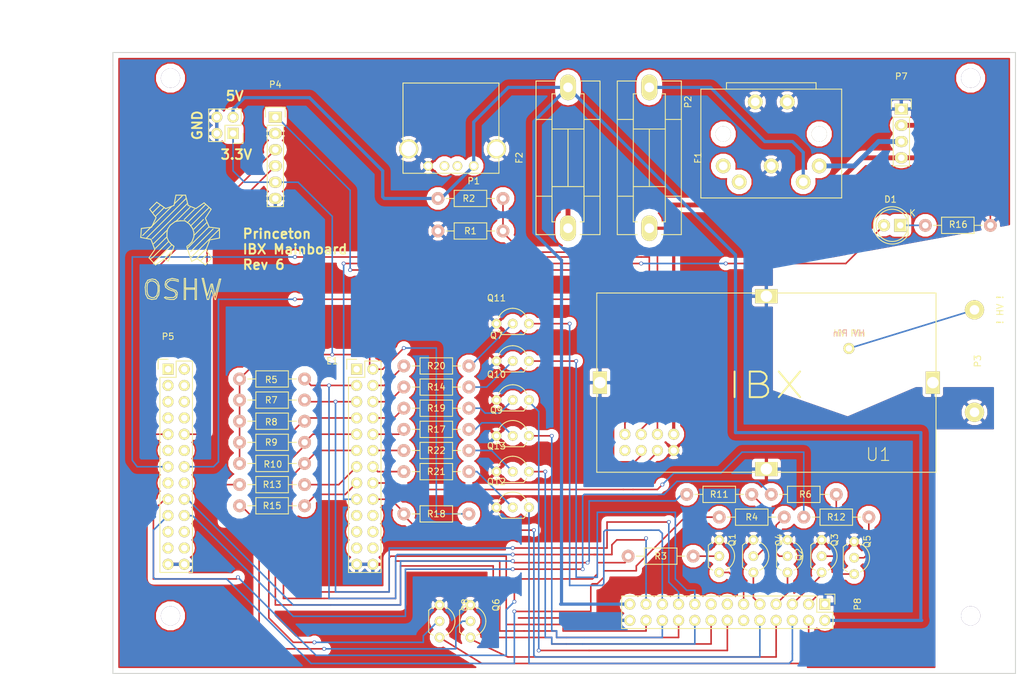
<source format=kicad_pcb>
(kicad_pcb (version 4) (host pcbnew no-vcs-found-product)
  (layers (0 F.Cu signal) (31 B.Cu signal) (34 B.Paste user) (35 F.Paste user) (36 B.SilkS user) (37 F.SilkS user) (38 B.Mask user) (39 F.Mask user) (44 Edge.Cuts user))
  (net 0 "")
  (net 1 "Net-(D1-Pad1)")
  (net 2 "Net-(D1-Pad2)")
  (net 3 +3V3)
  (net 4 "Net-(E1-Pad3)")
  (net 5 "Net-(E1-Pad4)")
  (net 6 "Net-(E1-Pad5)")
  (net 7 "Net-(E1-Pad6)")
  (net 8 "Net-(E1-Pad7)")
  (net 9 "Net-(E1-Pad8)")
  (net 10 "Net-(E1-Pad9)")
  (net 11 "Net-(E1-Pad10)")
  (net 12 "Net-(E1-Pad11)")
  (net 13 "Net-(E1-Pad12)")
  (net 14 "Net-(E1-Pad13)")
  (net 15 "Net-(E1-Pad14)")
  (net 16 "Net-(E1-Pad15)")
  (net 17 "Net-(E1-Pad16)")
  (net 18 "Net-(E1-Pad18)")
  (net 19 GND)
  (net 20 "Net-(F1-Pad1)")
  (net 21 "Net-(F2-Pad1)")
  (net 22 "Net-(P2-Pad3)")
  (net 23 "Net-(P3-Pad1)")
  (net 24 "Net-(P4-Pad1)")
  (net 25 "Net-(P4-Pad3)")
  (net 26 "Net-(P4-Pad4)")
  (net 27 "Net-(P5-Pad13)")
  (net 28 "Net-(P5-Pad14)")
  (net 29 "Net-(P5-Pad17)")
  (net 30 "Net-(P5-Pad18)")
  (net 31 "Net-(P5-Pad19)")
  (net 32 "Net-(P5-Pad20)")
  (net 33 "Net-(R1-Pad1)")
  (net 34 +5V)
  (net 35 "Net-(P8-Pad3)")
  (net 36 "Net-(P8-Pad4)")
  (net 37 "Net-(P8-Pad5)")
  (net 38 "Net-(P8-Pad6)")
  (net 39 "Net-(P8-Pad7)")
  (net 40 "Net-(P8-Pad8)")
  (net 41 "Net-(P8-Pad9)")
  (net 42 "Net-(P8-Pad11)")
  (net 43 "Net-(P8-Pad14)")
  (net 44 "Net-(P8-Pad17)")
  (net 45 "Net-(P8-Pad18)")
  (net 46 "Net-(P8-Pad21)")
  (net 47 "Net-(P8-Pad22)")
  (net 48 +12V)
  (net 49 "Net-(Q1-Pad2)")
  (net 50 "Net-(Q2-Pad2)")
  (net 51 "Net-(Q3-Pad2)")
  (net 52 "Net-(Q4-Pad2)")
  (net 53 "Net-(Q5-Pad2)")
  (net 54 "Net-(Q6-Pad2)")
  (net 55 "Net-(Q7-Pad2)")
  (net 56 "Net-(Q8-Pad2)")
  (net 57 "Net-(Q9-Pad2)")
  (net 58 "Net-(Q10-Pad2)")
  (net 59 "Net-(Q11-Pad2)")
  (net 60 "Net-(Q12-Pad2)")
  (net 61 "Net-(Q13-Pad2)")
  (module Resistors_ThroughHole:Resistor_Horizontal_RM10mm (layer F.Cu) (at 149.86 55.88)
    (fp_text reference R2 (at -0.254 -5.08) (layer F.SilkS))
    (fp_text value 1k)
    (pad 1 thru_hole circle (at -5.08 0) (size 1.99898 1.99898) (drill 1.00076) (layers *.Cu *.SilkS *.Mask) (net 19 GND))
    (pad 2 thru_hole circle (at 5.08 0) (size 1.99898 1.99898) (drill 1.00076) (layers *.Cu *.SilkS *.Mask) (net 33 "Net-(R1-Pad1)"))
  )
  (module LEDs:LED-5MM (layer F.Cu) (at 217 55 180)
    (fp_text reference D1 (at 1.524 4.064 180) (layer F.SilkS))
    (fp_text value LED)
    (fp_text user K (at -1.905 1.905 180) (layer F.SilkS))
    (pad 1 thru_hole rect (at 0 0 270) (size 2 1.9) (drill 1.00076) (layers *.Cu *.Mask F.SilkS) (net 1 "Net-(D1-Pad1)"))
    (pad 2 thru_hole circle (at 2.54 0 180) (size 1.9 1.9) (drill 1.00076) (layers *.Cu *.Mask F.SilkS) (net 2 "Net-(D1-Pad2)"))
  )
  (module Pin_Headers:Pin_Header_Straight_2x13 (layer F.Cu) (at 132.08 77.47)
    (fp_text reference E1 (at -3.81 -1.27) (layer F.SilkS))
    (fp_text value CONN_02X13)
    (pad 1 thru_hole rect (at 0 0) (size 1.7272 1.7272) (drill 1.016) (layers *.Cu *.Mask F.SilkS))
    (pad 2 thru_hole oval (at 2.54 0) (size 1.7272 1.7272) (drill 1.016) (layers *.Cu *.Mask F.SilkS) (net 3 +3V3))
    (pad 3 thru_hole oval (at 0 2.54) (size 1.7272 1.7272) (drill 1.016) (layers *.Cu *.Mask F.SilkS) (net 4 "Net-(E1-Pad3)"))
    (pad 4 thru_hole oval (at 2.54 2.54) (size 1.7272 1.7272) (drill 1.016) (layers *.Cu *.Mask F.SilkS) (net 5 "Net-(E1-Pad4)"))
    (pad 5 thru_hole oval (at 0 5.08) (size 1.7272 1.7272) (drill 1.016) (layers *.Cu *.Mask F.SilkS) (net 6 "Net-(E1-Pad5)"))
    (pad 6 thru_hole oval (at 2.54 5.08) (size 1.7272 1.7272) (drill 1.016) (layers *.Cu *.Mask F.SilkS) (net 7 "Net-(E1-Pad6)"))
    (pad 7 thru_hole oval (at 0 7.62) (size 1.7272 1.7272) (drill 1.016) (layers *.Cu *.Mask F.SilkS) (net 8 "Net-(E1-Pad7)"))
    (pad 8 thru_hole oval (at 2.54 7.62) (size 1.7272 1.7272) (drill 1.016) (layers *.Cu *.Mask F.SilkS) (net 9 "Net-(E1-Pad8)"))
    (pad 9 thru_hole oval (at 0 10.16) (size 1.7272 1.7272) (drill 1.016) (layers *.Cu *.Mask F.SilkS) (net 10 "Net-(E1-Pad9)"))
    (pad 10 thru_hole oval (at 2.54 10.16) (size 1.7272 1.7272) (drill 1.016) (layers *.Cu *.Mask F.SilkS) (net 11 "Net-(E1-Pad10)"))
    (pad 11 thru_hole oval (at 0 12.7) (size 1.7272 1.7272) (drill 1.016) (layers *.Cu *.Mask F.SilkS) (net 12 "Net-(E1-Pad11)"))
    (pad 12 thru_hole oval (at 2.54 12.7) (size 1.7272 1.7272) (drill 1.016) (layers *.Cu *.Mask F.SilkS) (net 13 "Net-(E1-Pad12)"))
    (pad 13 thru_hole oval (at 0 15.24) (size 1.7272 1.7272) (drill 1.016) (layers *.Cu *.Mask F.SilkS) (net 14 "Net-(E1-Pad13)"))
    (pad 14 thru_hole oval (at 2.54 15.24) (size 1.7272 1.7272) (drill 1.016) (layers *.Cu *.Mask F.SilkS) (net 15 "Net-(E1-Pad14)"))
    (pad 15 thru_hole oval (at 0 17.78) (size 1.7272 1.7272) (drill 1.016) (layers *.Cu *.Mask F.SilkS) (net 16 "Net-(E1-Pad15)"))
    (pad 16 thru_hole oval (at 2.54 17.78) (size 1.7272 1.7272) (drill 1.016) (layers *.Cu *.Mask F.SilkS) (net 17 "Net-(E1-Pad16)"))
    (pad 17 thru_hole oval (at 0 20.32) (size 1.7272 1.7272) (drill 1.016) (layers *.Cu *.Mask F.SilkS) (net 2 "Net-(D1-Pad2)"))
    (pad 18 thru_hole oval (at 2.54 20.32) (size 1.7272 1.7272) (drill 1.016) (layers *.Cu *.Mask F.SilkS) (net 18 "Net-(E1-Pad18)"))
    (pad 19 thru_hole oval (at 0 22.86) (size 1.7272 1.7272) (drill 1.016) (layers *.Cu *.Mask F.SilkS))
    (pad 20 thru_hole oval (at 2.54 22.86) (size 1.7272 1.7272) (drill 1.016) (layers *.Cu *.Mask F.SilkS))
    (pad 21 thru_hole oval (at 0 25.4) (size 1.7272 1.7272) (drill 1.016) (layers *.Cu *.Mask F.SilkS))
    (pad 22 thru_hole oval (at 2.54 25.4) (size 1.7272 1.7272) (drill 1.016) (layers *.Cu *.Mask F.SilkS))
    (pad 23 thru_hole oval (at 0 27.94) (size 1.7272 1.7272) (drill 1.016) (layers *.Cu *.Mask F.SilkS))
    (pad 24 thru_hole oval (at 2.54 27.94) (size 1.7272 1.7272) (drill 1.016) (layers *.Cu *.Mask F.SilkS))
    (pad 25 thru_hole oval (at 0 30.48) (size 1.7272 1.7272) (drill 1.016) (layers *.Cu *.Mask F.SilkS) (net 19 GND))
    (pad 26 thru_hole oval (at 2.54 30.48) (size 1.7272 1.7272) (drill 1.016) (layers *.Cu *.Mask F.SilkS) (net 19 GND))
  )
  (module Fuse_Holders_and_Fuses:Fuseholder5x20_horiz_SemiClosed_Casing10x25mm (layer F.Cu) (at 177.8 44.45 270)
    (fp_text reference F1 (at 0 -7.62 270) (layer F.SilkS))
    (fp_text value FUSE)
    (pad 2 thru_hole oval (at 11.00074 0 180) (size 2.49936 4.0005) (drill 1.50114) (layers *.Cu *.Mask F.SilkS) (net 48 +12V))
    (pad 1 thru_hole oval (at -11.00074 0 180) (size 2.49936 4.0005) (drill 1.50114) (layers *.Cu *.Mask F.SilkS) (net 20 "Net-(F1-Pad1)"))
  )
  (module Fuse_Holders_and_Fuses:Fuseholder5x20_horiz_SemiClosed_Casing10x25mm (layer F.Cu) (at 165.1 44.45 90)
    (fp_text reference F2 (at 0 -7.62 90) (layer F.SilkS))
    (fp_text value FUSE)
    (pad 2 thru_hole oval (at 11.00074 0) (size 2.49936 4.0005) (drill 1.50114) (layers *.Cu *.Mask F.SilkS) (net 34 +5V))
    (pad 1 thru_hole oval (at -11.00074 0) (size 2.49936 4.0005) (drill 1.50114) (layers *.Cu *.Mask F.SilkS) (net 21 "Net-(F2-Pad1)"))
  )
  (module Connect:USB_A (layer F.Cu) (at 150.368 45.72 180)
    (fp_text reference P1 (at 0 -2.35 180) (layer F.SilkS))
    (fp_text value USB_A)
    (pad 4 thru_hole circle (at 7.11286 -0.00212 90) (size 1.50114 1.50114) (drill 1.00076) (layers *.Cu *.Mask F.SilkS) (net 19 GND))
    (pad 3 thru_hole circle (at 4.57286 -0.00212 90) (size 1.50114 1.50114) (drill 1.00076) (layers *.Cu *.Mask F.SilkS))
    (pad 2 thru_hole circle (at 2.54086 -0.00212 90) (size 1.50114 1.50114) (drill 1.00076) (layers *.Cu *.Mask F.SilkS))
    (pad 1 thru_hole circle (at 0.00086 -0.00212 90) (size 1.50114 1.50114) (drill 1.00076) (layers *.Cu *.Mask F.SilkS) (net 34 +5V))
    (pad 5 thru_hole circle (at 10.16086 2.66488 90) (size 2.99974 2.99974) (drill 2.30124) (layers *.Cu *.Mask F.SilkS) (net 19 GND))
    (pad 5 thru_hole circle (at -3.55514 2.66488 90) (size 2.99974 2.99974) (drill 2.30124) (layers *.Cu *.Mask F.SilkS) (net 19 GND))
  )
  (module caen:DIN-Switchcraft (layer F.Cu) (at 196.85 45.72 270)
    (fp_text reference P2 (at -10 13 270) (layer F.SilkS))
    (fp_text value DIN_5_GND)
    (pad 2 thru_hole circle (at 0 0 270) (size 2.3 2.3) (drill 1.35) (layers *.Cu *.Mask F.SilkS) (net 19 GND))
    (pad 3 thru_hole circle (at 0 -7.5 270) (size 2.3 2.3) (drill 1.35) (layers *.Cu *.Mask F.SilkS) (net 22 "Net-(P2-Pad3)"))
    (pad 1 thru_hole circle (at 0 7.5 270) (size 2.3 2.3) (drill 1.35) (layers *.Cu *.Mask F.SilkS))
    (pad 4 thru_hole circle (at 2.49 5 270) (size 2.3 2.3) (drill 1.35) (layers *.Cu *.Mask F.SilkS))
    (pad 5 thru_hole circle (at 2.49 -5 270) (size 2.3 2.3) (drill 1.35) (layers *.Cu *.Mask F.SilkS) (net 20 "Net-(F1-Pad1)"))
    (pad GND thru_hole circle (at -10.01 -2.5 270) (size 2.3 2.3) (drill 1.35) (layers *.Cu *.Mask F.SilkS) (net 19 GND))
    (pad GND thru_hole circle (at -10.01 2.5 270) (size 2.3 2.3) (drill 1.35) (layers *.Cu *.Mask F.SilkS) (net 19 GND))
    (pad H1 thru_hole circle (at -5 -7.5 270) (size 2.39 2.39) (drill 2.39) (layers *.Cu *.Mask F.SilkS))
    (pad H2 thru_hole circle (at -5 7.5 270) (size 2.39 2.39) (drill 2.39) (layers *.Cu *.Mask F.SilkS))
  )
  (module caen:BNC (layer F.Cu) (at 228.6 76.2 90)
    (fp_text reference P3 (at 0 0.5 90) (layer F.SilkS))
    (fp_text value BNC)
    (fp_text user "! HV !" (at 8 4 90) (layer F.SilkS))
    (pad 1 thru_hole circle (at 8 0 90) (size 3 3) (drill 1.5) (layers *.Cu *.Mask F.SilkS) (net 23 "Net-(P3-Pad1)"))
    (pad 2 thru_hole circle (at -8 0 90) (size 3 3) (drill 1.5) (layers *.Cu *.Mask F.SilkS) (net 19 GND))
  )
  (module Pin_Headers:Pin_Header_Straight_1x06 (layer F.Cu) (at 119.38 38.1)
    (fp_text reference P4 (at 0 -5.1) (layer F.SilkS))
    (fp_text value CONN_01X06)
    (pad 1 thru_hole rect (at 0 0) (size 2.032 1.7272) (drill 1.016) (layers *.Cu *.Mask F.SilkS) (net 24 "Net-(P4-Pad1)"))
    (pad 2 thru_hole oval (at 0 2.54) (size 2.032 1.7272) (drill 1.016) (layers *.Cu *.Mask F.SilkS) (net 19 GND))
    (pad 3 thru_hole oval (at 0 5.08) (size 2.032 1.7272) (drill 1.016) (layers *.Cu *.Mask F.SilkS) (net 25 "Net-(P4-Pad3)"))
    (pad 4 thru_hole oval (at 0 7.62) (size 2.032 1.7272) (drill 1.016) (layers *.Cu *.Mask F.SilkS) (net 26 "Net-(P4-Pad4)"))
    (pad 5 thru_hole oval (at 0 10.16) (size 2.032 1.7272) (drill 1.016) (layers *.Cu *.Mask F.SilkS) (net 3 +3V3))
    (pad 6 thru_hole oval (at 0 12.7) (size 2.032 1.7272) (drill 1.016) (layers *.Cu *.Mask F.SilkS) (net 19 GND))
  )
  (module Pin_Headers:Pin_Header_Straight_1x04 (layer F.Cu) (at 217.17 36.83)
    (fp_text reference P7 (at 0 -5.1) (layer F.SilkS))
    (fp_text value CONN_01X04)
    (pad 1 thru_hole rect (at 0 0) (size 2.032 1.7272) (drill 1.016) (layers *.Cu *.Mask F.SilkS) (net 19 GND))
    (pad 2 thru_hole oval (at 0 2.54) (size 2.032 1.7272) (drill 1.016) (layers *.Cu *.Mask F.SilkS) (net 21 "Net-(F2-Pad1)"))
    (pad 3 thru_hole oval (at 0 5.08) (size 2.032 1.7272) (drill 1.016) (layers *.Cu *.Mask F.SilkS) (net 22 "Net-(P2-Pad3)"))
    (pad 4 thru_hole oval (at 0 7.62) (size 2.032 1.7272) (drill 1.016) (layers *.Cu *.Mask F.SilkS) (net 21 "Net-(F2-Pad1)"))
  )
  (module Resistors_ThroughHole:Resistor_Horizontal_RM10mm (layer F.Cu) (at 149.86 50.8 180)
    (fp_text reference R1 (at 0 -5.08 180) (layer F.SilkS))
    (fp_text value 1k)
    (pad 1 thru_hole circle (at -5.08 0 180) (size 1.99898 1.99898) (drill 1.00076) (layers *.Cu *.SilkS *.Mask) (net 33 "Net-(R1-Pad1)"))
    (pad 2 thru_hole circle (at 5.08 0 180) (size 1.99898 1.99898) (drill 1.00076) (layers *.Cu *.SilkS *.Mask) (net 34 +5V))
  )
  (module Resistors_ThroughHole:Resistor_Horizontal_RM10mm (layer F.Cu) (at 118.872 78.994 180)
    (fp_text reference R5 (at 0.127 -0.127 180) (layer F.SilkS))
    (fp_text value R)
    (pad 1 thru_hole circle (at -5.08 0 180) (size 1.99898 1.99898) (drill 1.00076) (layers *.Cu *.SilkS *.Mask) (net 4 "Net-(E1-Pad3)"))
    (pad 2 thru_hole circle (at 5.08 0 180) (size 1.99898 1.99898) (drill 1.00076) (layers *.Cu *.SilkS *.Mask) (net 3 +3V3))
  )
  (module Resistors_ThroughHole:Resistor_Horizontal_RM10mm (layer F.Cu) (at 118.872 82.296 180)
    (fp_text reference R7 (at 0.127 0 180) (layer F.SilkS))
    (fp_text value R)
    (pad 1 thru_hole circle (at -5.08 0 180) (size 1.99898 1.99898) (drill 1.00076) (layers *.Cu *.SilkS *.Mask) (net 6 "Net-(E1-Pad5)"))
    (pad 2 thru_hole circle (at 5.08 0 180) (size 1.99898 1.99898) (drill 1.00076) (layers *.Cu *.SilkS *.Mask) (net 3 +3V3))
  )
  (module Resistors_ThroughHole:Resistor_Horizontal_RM10mm (layer F.Cu) (at 118.872 85.598 180)
    (fp_text reference R8 (at 0.127 -0.127 180) (layer F.SilkS))
    (fp_text value R)
    (pad 1 thru_hole circle (at -5.08 0 180) (size 1.99898 1.99898) (drill 1.00076) (layers *.Cu *.SilkS *.Mask) (net 8 "Net-(E1-Pad7)"))
    (pad 2 thru_hole circle (at 5.08 0 180) (size 1.99898 1.99898) (drill 1.00076) (layers *.Cu *.SilkS *.Mask) (net 3 +3V3))
  )
  (module Resistors_ThroughHole:Resistor_Horizontal_RM10mm (layer F.Cu) (at 118.872 88.9 180)
    (fp_text reference R9 (at 0.127 0 180) (layer F.SilkS))
    (fp_text value R)
    (pad 1 thru_hole circle (at -5.08 0 180) (size 1.99898 1.99898) (drill 1.00076) (layers *.Cu *.SilkS *.Mask) (net 10 "Net-(E1-Pad9)"))
    (pad 2 thru_hole circle (at 5.08 0 180) (size 1.99898 1.99898) (drill 1.00076) (layers *.Cu *.SilkS *.Mask) (net 3 +3V3))
  )
  (module Resistors_ThroughHole:Resistor_Horizontal_RM10mm (layer F.Cu) (at 118.872 92.202 180)
    (fp_text reference R10 (at -0.127 -0.127 180) (layer F.SilkS))
    (fp_text value R)
    (pad 1 thru_hole circle (at -5.08 0 180) (size 1.99898 1.99898) (drill 1.00076) (layers *.Cu *.SilkS *.Mask) (net 12 "Net-(E1-Pad11)"))
    (pad 2 thru_hole circle (at 5.08 0 180) (size 1.99898 1.99898) (drill 1.00076) (layers *.Cu *.SilkS *.Mask) (net 3 +3V3))
  )
  (module Resistors_ThroughHole:Resistor_Horizontal_RM10mm (layer F.Cu) (at 226 55)
    (fp_text reference R16 (at 0.06 -0.136) (layer F.SilkS))
    (fp_text value R)
    (pad 1 thru_hole circle (at -5.08 0) (size 1.99898 1.99898) (drill 1.00076) (layers *.Cu *.SilkS *.Mask) (net 1 "Net-(D1-Pad1)"))
    (pad 2 thru_hole circle (at 5.08 0) (size 1.99898 1.99898) (drill 1.00076) (layers *.Cu *.SilkS *.Mask) (net 19 GND))
  )
  (module Resistors_ThroughHole:Resistor_Horizontal_RM10mm (layer F.Cu) (at 144.526 100.076)
    (fp_text reference R18 (at 0 0) (layer F.SilkS))
    (fp_text value R)
    (pad 1 thru_hole circle (at -5.08 0) (size 1.99898 1.99898) (drill 1.00076) (layers *.Cu *.SilkS *.Mask) (net 18 "Net-(E1-Pad18)"))
    (pad 2 thru_hole circle (at 5.08 0) (size 1.99898 1.99898) (drill 1.00076) (layers *.Cu *.SilkS *.Mask) (net 3 +3V3))
  )
  (module caen:CHV-rev2 (layer F.Cu) (at 173.99 90.17 180)
    (fp_text reference U1 (at -39.5986 -0.635 180) (layer F.SilkS) (effects (font (size 2 2))))
    (fp_text value CHV)
    (fp_text user "HV Pin" (at -34.9758 18.3134 180) (layer B.SilkS) (effects (justify mirror)))
    (fp_text user "HV Pin" (at -35.0774 18.3134 180) (layer F.SilkS))
    (pad 2 thru_hole circle (at 0 0) (size 1.7272 1.7272) (drill 1.016) (layers *.Cu *.Mask F.SilkS))
    (pad 4 thru_hole circle (at -2.54 0) (size 1.727 1.727) (drill 1.016) (layers *.Cu *.Mask F.SilkS) (net 24 "Net-(P4-Pad1)"))
    (pad 6 thru_hole circle (at -5.08 0) (size 1.727 1.727) (drill 1.016) (layers *.Cu *.Mask F.SilkS) (net 28 "Net-(P5-Pad14)"))
    (pad 8 thru_hole circle (at -7.62 0) (size 1.7272 1.7272) (drill 1.016) (layers *.Cu *.Mask F.SilkS) (net 19 GND))
    (pad 1 thru_hole circle (at 0 2.54) (size 1.727 1.727) (drill 1.016) (layers *.Cu *.Mask F.SilkS) (net 2 "Net-(D1-Pad2)"))
    (pad 3 thru_hole circle (at -2.54 2.54) (size 1.727 1.727) (drill 1.016) (layers *.Cu *.Mask F.SilkS) (net 27 "Net-(P5-Pad13)"))
    (pad 5 thru_hole circle (at -5.08 2.54) (size 1.727 1.727) (drill 1.016) (layers *.Cu *.Mask F.SilkS) (net 33 "Net-(R1-Pad1)"))
    (pad 7 thru_hole circle (at -7.62 2.54) (size 1.727 1.727) (drill 1.016) (layers *.Cu *.Mask F.SilkS) (net 48 +12V))
    (pad 9 thru_hole circle (at -34.99 15.94) (size 1.727 1.727) (drill 1.016) (layers *.Cu *.Mask F.SilkS) (net 23 "Net-(P3-Pad1)"))
    (pad S4 thru_hole trapezoid (at -22.1 -2.9) (size 3.5 2.2) (drill 1.8) (layers *.Cu *.Mask F.SilkS) (net 19 GND))
    (pad S3 thru_hole trapezoid (at -22.1 24.1) (size 3.5 2.2) (drill 1.8) (layers *.Cu *.Mask F.SilkS) (net 19 GND))
    (pad S2 thru_hole rect (at 3.9 10.6) (size 2.2 3.5) (drill 1.8) (layers *.Cu *.Mask F.SilkS) (net 19 GND))
    (pad S1 thru_hole rect (at -48.1 10.6) (size 2.2 3.5) (drill 1.8) (layers *.Cu *.Mask F.SilkS) (net 19 GND))
  )
  (module Pin_Headers:Pin_Header_Straight_2x13 (layer F.Cu) (at 205.232 114.173 270)
    (fp_text reference P8 (at 0 -5.1 270) (layer F.SilkS))
    (fp_text value CONN_02X13)
    (pad 1 thru_hole rect (at 0 0 270) (size 1.7272 1.7272) (drill 1.016) (layers *.Cu *.Mask F.SilkS) (net 19 GND))
    (pad 2 thru_hole oval (at 2.54 0 270) (size 1.7272 1.7272) (drill 1.016) (layers *.Cu *.Mask F.SilkS) (net 34 +5V))
    (pad 3 thru_hole oval (at 0 2.54 270) (size 1.7272 1.7272) (drill 1.016) (layers *.Cu *.Mask F.SilkS) (net 35 "Net-(P8-Pad3)"))
    (pad 4 thru_hole oval (at 2.54 2.54 270) (size 1.7272 1.7272) (drill 1.016) (layers *.Cu *.Mask F.SilkS) (net 36 "Net-(P8-Pad4)"))
    (pad 5 thru_hole oval (at 0 5.08 270) (size 1.7272 1.7272) (drill 1.016) (layers *.Cu *.Mask F.SilkS) (net 37 "Net-(P8-Pad5)"))
    (pad 6 thru_hole oval (at 2.54 5.08 270) (size 1.7272 1.7272) (drill 1.016) (layers *.Cu *.Mask F.SilkS) (net 38 "Net-(P8-Pad6)"))
    (pad 7 thru_hole oval (at 0 7.62 270) (size 1.7272 1.7272) (drill 1.016) (layers *.Cu *.Mask F.SilkS) (net 39 "Net-(P8-Pad7)"))
    (pad 8 thru_hole oval (at 2.54 7.62 270) (size 1.7272 1.7272) (drill 1.016) (layers *.Cu *.Mask F.SilkS) (net 40 "Net-(P8-Pad8)"))
    (pad 9 thru_hole oval (at 0 10.16 270) (size 1.7272 1.7272) (drill 1.016) (layers *.Cu *.Mask F.SilkS) (net 41 "Net-(P8-Pad9)"))
    (pad 10 thru_hole oval (at 2.54 10.16 270) (size 1.7272 1.7272) (drill 1.016) (layers *.Cu *.Mask F.SilkS) (net 18 "Net-(E1-Pad18)"))
    (pad 11 thru_hole oval (at 0 12.7 270) (size 1.7272 1.7272) (drill 1.016) (layers *.Cu *.Mask F.SilkS) (net 42 "Net-(P8-Pad11)"))
    (pad 12 thru_hole oval (at 2.54 12.7 270) (size 1.7272 1.7272) (drill 1.016) (layers *.Cu *.Mask F.SilkS))
    (pad 13 thru_hole oval (at 0 15.24 270) (size 1.7272 1.7272) (drill 1.016) (layers *.Cu *.Mask F.SilkS))
    (pad 14 thru_hole oval (at 2.54 15.24 270) (size 1.7272 1.7272) (drill 1.016) (layers *.Cu *.Mask F.SilkS) (net 43 "Net-(P8-Pad14)"))
    (pad 15 thru_hole oval (at 0 17.78 270) (size 1.7272 1.7272) (drill 1.016) (layers *.Cu *.Mask F.SilkS))
    (pad 16 thru_hole oval (at 2.54 17.78 270) (size 1.7272 1.7272) (drill 1.016) (layers *.Cu *.Mask F.SilkS) (net 8 "Net-(E1-Pad7)"))
    (pad 17 thru_hole oval (at 0 20.32 270) (size 1.7272 1.7272) (drill 1.016) (layers *.Cu *.Mask F.SilkS) (net 44 "Net-(P8-Pad17)"))
    (pad 18 thru_hole oval (at 2.54 20.32 270) (size 1.7272 1.7272) (drill 1.016) (layers *.Cu *.Mask F.SilkS) (net 45 "Net-(P8-Pad18)"))
    (pad 19 thru_hole oval (at 0 22.86 270) (size 1.7272 1.7272) (drill 1.016) (layers *.Cu *.Mask F.SilkS) (net 6 "Net-(E1-Pad5)"))
    (pad 20 thru_hole oval (at 2.54 22.86 270) (size 1.7272 1.7272) (drill 1.016) (layers *.Cu *.Mask F.SilkS) (net 10 "Net-(E1-Pad9)"))
    (pad 21 thru_hole oval (at 0 25.4 270) (size 1.7272 1.7272) (drill 1.016) (layers *.Cu *.Mask F.SilkS) (net 46 "Net-(P8-Pad21)"))
    (pad 22 thru_hole oval (at 2.54 25.4 270) (size 1.7272 1.7272) (drill 1.016) (layers *.Cu *.Mask F.SilkS) (net 47 "Net-(P8-Pad22)"))
    (pad 23 thru_hole oval (at 0 27.94 270) (size 1.7272 1.7272) (drill 1.016) (layers *.Cu *.Mask F.SilkS) (net 4 "Net-(E1-Pad3)"))
    (pad 24 thru_hole oval (at 2.54 27.94 270) (size 1.7272 1.7272) (drill 1.016) (layers *.Cu *.Mask F.SilkS) (net 12 "Net-(E1-Pad11)"))
    (pad 25 thru_hole oval (at 0 30.48 270) (size 1.7272 1.7272) (drill 1.016) (layers *.Cu *.Mask F.SilkS) (net 34 +5V))
    (pad 26 thru_hole oval (at 2.54 30.48 270) (size 1.7272 1.7272) (drill 1.016) (layers *.Cu *.Mask F.SilkS) (net 19 GND))
  )
  (module TO_SOT_Packages_THT:TO-92_Inline_Wide (layer F.Cu) (at 188.722 104.14 270)
    (fp_text reference Q1 (at 0 -2.032 450) (layer F.SilkS))
    (fp_text value REA)
    (pad 2 thru_hole circle (at 2.54 0) (size 1.524 1.524) (drill 0.8) (layers *.Cu *.Mask F.SilkS) (net 49 "Net-(Q1-Pad2)"))
    (pad 3 thru_hole circle (at 5.08 0) (size 1.524 1.524) (drill 0.8) (layers *.Cu *.Mask F.SilkS) (net 42 "Net-(P8-Pad11)"))
    (pad 1 thru_hole circle (at 0 0) (size 1.524 1.524) (drill 0.8) (layers *.Cu *.Mask F.SilkS) (net 19 GND))
  )
  (module TO_SOT_Packages_THT:TO-92_Inline_Wide (layer F.Cu) (at 199.39 104.14 270)
    (fp_text reference Q2 (at 2.286 -1.778 450) (layer F.SilkS))
    (fp_text value BUA)
    (pad 2 thru_hole circle (at 2.54 0) (size 1.524 1.524) (drill 0.8) (layers *.Cu *.Mask F.SilkS) (net 50 "Net-(Q2-Pad2)"))
    (pad 3 thru_hole circle (at 5.08 0) (size 1.524 1.524) (drill 0.8) (layers *.Cu *.Mask F.SilkS) (net 39 "Net-(P8-Pad7)"))
    (pad 1 thru_hole circle (at 0 0) (size 1.524 1.524) (drill 0.8) (layers *.Cu *.Mask F.SilkS) (net 19 GND))
  )
  (module TO_SOT_Packages_THT:TO-92_Inline_Wide (layer F.Cu) (at 204.724 104.14 270)
    (fp_text reference Q3 (at 0 -2.032 450) (layer F.SilkS))
    (fp_text value BUI)
    (pad 2 thru_hole circle (at 2.54 0) (size 1.524 1.524) (drill 0.8) (layers *.Cu *.Mask F.SilkS) (net 51 "Net-(Q3-Pad2)"))
    (pad 3 thru_hole circle (at 5.08 0) (size 1.524 1.524) (drill 0.8) (layers *.Cu *.Mask F.SilkS) (net 37 "Net-(P8-Pad5)"))
    (pad 1 thru_hole circle (at 0 0) (size 1.524 1.524) (drill 0.8) (layers *.Cu *.Mask F.SilkS) (net 19 GND))
  )
  (module TO_SOT_Packages_THT:TO-92_Inline_Wide (layer F.Cu) (at 194.056 104.14 270)
    (fp_text reference Q4 (at 0 -4 450) (layer F.SilkS))
    (fp_text value BUC)
    (pad 2 thru_hole circle (at 2.54 0) (size 1.524 1.524) (drill 0.8) (layers *.Cu *.Mask F.SilkS) (net 52 "Net-(Q4-Pad2)"))
    (pad 3 thru_hole circle (at 5.08 0) (size 1.524 1.524) (drill 0.8) (layers *.Cu *.Mask F.SilkS) (net 41 "Net-(P8-Pad9)"))
    (pad 1 thru_hole circle (at 0 0) (size 1.524 1.524) (drill 0.8) (layers *.Cu *.Mask F.SilkS) (net 19 GND))
  )
  (module TO_SOT_Packages_THT:TO-92_Inline_Wide (layer F.Cu) (at 209.804 104.394 270)
    (fp_text reference Q5 (at 0 -2.032 450) (layer F.SilkS))
    (fp_text value MML)
    (pad 2 thru_hole circle (at 2.54 0) (size 1.524 1.524) (drill 0.8) (layers *.Cu *.Mask F.SilkS) (net 53 "Net-(Q5-Pad2)"))
    (pad 3 thru_hole circle (at 5.08 0) (size 1.524 1.524) (drill 0.8) (layers *.Cu *.Mask F.SilkS) (net 35 "Net-(P8-Pad3)"))
    (pad 1 thru_hole circle (at 0 0) (size 1.524 1.524) (drill 0.8) (layers *.Cu *.Mask F.SilkS) (net 19 GND))
  )
  (module TO_SOT_Packages_THT:TO-92_Inline_Wide (layer F.Cu) (at 149.86 114.3 270)
    (fp_text reference Q6 (at 0 -4 450) (layer F.SilkS))
    (fp_text value T1M)
    (pad 2 thru_hole circle (at 2.54 0) (size 1.524 1.524) (drill 0.8) (layers *.Cu *.Mask F.SilkS) (net 54 "Net-(Q6-Pad2)"))
    (pad 3 thru_hole circle (at 5.08 0) (size 1.524 1.524) (drill 0.8) (layers *.Cu *.Mask F.SilkS) (net 40 "Net-(P8-Pad8)"))
    (pad 1 thru_hole circle (at 0 0) (size 1.524 1.524) (drill 0.8) (layers *.Cu *.Mask F.SilkS) (net 19 GND))
  )
  (module TO_SOT_Packages_THT:TO-92_Inline_Wide (layer F.Cu) (at 153.924 76.2)
    (fp_text reference Q7 (at 0 -4 180) (layer F.SilkS))
    (fp_text value CAL)
    (pad 2 thru_hole circle (at 2.54 0 90) (size 1.524 1.524) (drill 0.8) (layers *.Cu *.Mask F.SilkS) (net 55 "Net-(Q7-Pad2)"))
    (pad 3 thru_hole circle (at 5.08 0 90) (size 1.524 1.524) (drill 0.8) (layers *.Cu *.Mask F.SilkS) (net 44 "Net-(P8-Pad17)"))
    (pad 1 thru_hole circle (at 0 0 90) (size 1.524 1.524) (drill 0.8) (layers *.Cu *.Mask F.SilkS) (net 19 GND))
  )
  (module TO_SOT_Packages_THT:TO-92_Inline_Wide (layer F.Cu) (at 145.034 114.3 270)
    (fp_text reference Q8 (at 0 -4 450) (layer F.SilkS))
    (fp_text value T3M)
    (pad 2 thru_hole circle (at 2.54 0) (size 1.524 1.524) (drill 0.8) (layers *.Cu *.Mask F.SilkS) (net 56 "Net-(Q8-Pad2)"))
    (pad 3 thru_hole circle (at 5.08 0) (size 1.524 1.524) (drill 0.8) (layers *.Cu *.Mask F.SilkS) (net 36 "Net-(P8-Pad4)"))
    (pad 1 thru_hole circle (at 0 0) (size 1.524 1.524) (drill 0.8) (layers *.Cu *.Mask F.SilkS) (net 19 GND))
  )
  (module TO_SOT_Packages_THT:TO-92_Inline_Wide (layer F.Cu) (at 153.924 87.884)
    (fp_text reference Q9 (at 0 -4 180) (layer F.SilkS))
    (fp_text value A2L)
    (pad 2 thru_hole circle (at 2.54 0 90) (size 1.524 1.524) (drill 0.8) (layers *.Cu *.Mask F.SilkS) (net 57 "Net-(Q9-Pad2)"))
    (pad 3 thru_hole circle (at 5.08 0 90) (size 1.524 1.524) (drill 0.8) (layers *.Cu *.Mask F.SilkS) (net 47 "Net-(P8-Pad22)"))
    (pad 1 thru_hole circle (at 0 0 90) (size 1.524 1.524) (drill 0.8) (layers *.Cu *.Mask F.SilkS) (net 19 GND))
  )
  (module TO_SOT_Packages_THT:TO-92_Inline_Wide (layer F.Cu) (at 153.924 82.296)
    (fp_text reference Q10 (at 0 -4 180) (layer F.SilkS))
    (fp_text value A1L)
    (pad 2 thru_hole circle (at 2.54 0 90) (size 1.524 1.524) (drill 0.8) (layers *.Cu *.Mask F.SilkS) (net 58 "Net-(Q10-Pad2)"))
    (pad 3 thru_hole circle (at 5.08 0 90) (size 1.524 1.524) (drill 0.8) (layers *.Cu *.Mask F.SilkS) (net 43 "Net-(P8-Pad14)"))
    (pad 1 thru_hole circle (at 0 0 90) (size 1.524 1.524) (drill 0.8) (layers *.Cu *.Mask F.SilkS) (net 19 GND))
  )
  (module TO_SOT_Packages_THT:TO-92_Inline_Wide (layer F.Cu) (at 153.924 70.358)
    (fp_text reference Q11 (at 0 -4 180) (layer F.SilkS))
    (fp_text value HVL)
    (pad 2 thru_hole circle (at 2.54 0 90) (size 1.524 1.524) (drill 0.8) (layers *.Cu *.Mask F.SilkS) (net 59 "Net-(Q11-Pad2)"))
    (pad 3 thru_hole circle (at 5.08 0 90) (size 1.524 1.524) (drill 0.8) (layers *.Cu *.Mask F.SilkS) (net 46 "Net-(P8-Pad21)"))
    (pad 1 thru_hole circle (at 0 0 90) (size 1.524 1.524) (drill 0.8) (layers *.Cu *.Mask F.SilkS) (net 19 GND))
  )
  (module TO_SOT_Packages_THT:TO-92_Inline_Wide (layer F.Cu) (at 153.924 99.06)
    (fp_text reference Q12 (at 0 -4 180) (layer F.SilkS))
    (fp_text value T2M)
    (pad 2 thru_hole circle (at 2.54 0 90) (size 1.524 1.524) (drill 0.8) (layers *.Cu *.Mask F.SilkS) (net 60 "Net-(Q12-Pad2)"))
    (pad 3 thru_hole circle (at 5.08 0 90) (size 1.524 1.524) (drill 0.8) (layers *.Cu *.Mask F.SilkS) (net 38 "Net-(P8-Pad6)"))
    (pad 1 thru_hole circle (at 0 0 90) (size 1.524 1.524) (drill 0.8) (layers *.Cu *.Mask F.SilkS) (net 19 GND))
  )
  (module TO_SOT_Packages_THT:TO-92_Inline_Wide (layer F.Cu) (at 153.924 93.472)
    (fp_text reference Q13 (at 0 -4 180) (layer F.SilkS))
    (fp_text value A3L)
    (pad 2 thru_hole circle (at 2.54 0 90) (size 1.524 1.524) (drill 0.8) (layers *.Cu *.Mask F.SilkS) (net 61 "Net-(Q13-Pad2)"))
    (pad 3 thru_hole circle (at 5.08 0 90) (size 1.524 1.524) (drill 0.8) (layers *.Cu *.Mask F.SilkS) (net 45 "Net-(P8-Pad18)"))
    (pad 1 thru_hole circle (at 0 0 90) (size 1.524 1.524) (drill 0.8) (layers *.Cu *.Mask F.SilkS) (net 19 GND))
  )
  (module Pin_Headers:Pin_Header_Straight_2x02 (layer F.Cu) (at 112.776 40.64 180)
    (fp_text reference P6 hide)
    (fp_text value CONN_02X02)
    (pad 1 thru_hole rect (at 0 0 180) (size 1.7272 1.7272) (drill 1.016) (layers *.Cu *.Mask F.SilkS) (net 3 +3V3))
    (pad 2 thru_hole oval (at 2.54 0 180) (size 1.7272 1.7272) (drill 1.016) (layers *.Cu *.Mask F.SilkS) (net 19 GND))
    (pad 3 thru_hole oval (at 0 2.54 180) (size 1.7272 1.7272) (drill 1.016) (layers *.Cu *.Mask F.SilkS) (net 34 +5V))
    (pad 4 thru_hole oval (at 2.54 2.54 180) (size 1.7272 1.7272) (drill 1.016) (layers *.Cu *.Mask F.SilkS) (net 19 GND))
  )
  (module Pin_Headers:Pin_Header_Straight_2x13 (layer F.Cu) (at 102.616 77.47)
    (fp_text reference P5 (at 0 -5.1) (layer F.SilkS))
    (fp_text value CONN_02X13)
    (pad 1 thru_hole rect (at 0 0) (size 1.7272 1.7272) (drill 1.016) (layers *.Cu *.Mask F.SilkS))
    (pad 2 thru_hole oval (at 2.54 0) (size 1.7272 1.7272) (drill 1.016) (layers *.Cu *.Mask F.SilkS))
    (pad 3 thru_hole oval (at 0 2.54) (size 1.7272 1.7272) (drill 1.016) (layers *.Cu *.Mask F.SilkS))
    (pad 4 thru_hole oval (at 2.54 2.54) (size 1.7272 1.7272) (drill 1.016) (layers *.Cu *.Mask F.SilkS))
    (pad 5 thru_hole oval (at 0 5.08) (size 1.7272 1.7272) (drill 1.016) (layers *.Cu *.Mask F.SilkS))
    (pad 6 thru_hole oval (at 2.54 5.08) (size 1.7272 1.7272) (drill 1.016) (layers *.Cu *.Mask F.SilkS))
    (pad 7 thru_hole oval (at 0 7.62) (size 1.7272 1.7272) (drill 1.016) (layers *.Cu *.Mask F.SilkS))
    (pad 8 thru_hole oval (at 2.54 7.62) (size 1.7272 1.7272) (drill 1.016) (layers *.Cu *.Mask F.SilkS))
    (pad 9 thru_hole oval (at 0 10.16) (size 1.7272 1.7272) (drill 1.016) (layers *.Cu *.Mask F.SilkS) (net 25 "Net-(P4-Pad3)"))
    (pad 10 thru_hole oval (at 2.54 10.16) (size 1.7272 1.7272) (drill 1.016) (layers *.Cu *.Mask F.SilkS) (net 26 "Net-(P4-Pad4)"))
    (pad 11 thru_hole oval (at 0 12.7) (size 1.7272 1.7272) (drill 1.016) (layers *.Cu *.Mask F.SilkS))
    (pad 12 thru_hole oval (at 2.54 12.7) (size 1.7272 1.7272) (drill 1.016) (layers *.Cu *.Mask F.SilkS))
    (pad 13 thru_hole oval (at 0 15.24) (size 1.7272 1.7272) (drill 1.016) (layers *.Cu *.Mask F.SilkS) (net 27 "Net-(P5-Pad13)"))
    (pad 14 thru_hole oval (at 2.54 15.24) (size 1.7272 1.7272) (drill 1.016) (layers *.Cu *.Mask F.SilkS) (net 28 "Net-(P5-Pad14)"))
    (pad 15 thru_hole oval (at 0 17.78) (size 1.7272 1.7272) (drill 1.016) (layers *.Cu *.Mask F.SilkS))
    (pad 16 thru_hole oval (at 2.54 17.78) (size 1.7272 1.7272) (drill 1.016) (layers *.Cu *.Mask F.SilkS))
    (pad 17 thru_hole oval (at 0 20.32) (size 1.7272 1.7272) (drill 1.016) (layers *.Cu *.Mask F.SilkS) (net 29 "Net-(P5-Pad17)"))
    (pad 18 thru_hole oval (at 2.54 20.32) (size 1.7272 1.7272) (drill 1.016) (layers *.Cu *.Mask F.SilkS) (net 30 "Net-(P5-Pad18)"))
    (pad 19 thru_hole oval (at 0 22.86) (size 1.7272 1.7272) (drill 1.016) (layers *.Cu *.Mask F.SilkS) (net 31 "Net-(P5-Pad19)"))
    (pad 20 thru_hole oval (at 2.54 22.86) (size 1.7272 1.7272) (drill 1.016) (layers *.Cu *.Mask F.SilkS) (net 32 "Net-(P5-Pad20)"))
    (pad 21 thru_hole oval (at 0 25.4) (size 1.7272 1.7272) (drill 1.016) (layers *.Cu *.Mask F.SilkS))
    (pad 22 thru_hole oval (at 2.54 25.4) (size 1.7272 1.7272) (drill 1.016) (layers *.Cu *.Mask F.SilkS))
    (pad 23 thru_hole oval (at 0 27.94) (size 1.7272 1.7272) (drill 1.016) (layers *.Cu *.Mask F.SilkS))
    (pad 24 thru_hole oval (at 2.54 27.94) (size 1.7272 1.7272) (drill 1.016) (layers *.Cu *.Mask F.SilkS))
    (pad 25 thru_hole oval (at 0 30.48) (size 1.7272 1.7272) (drill 1.016) (layers *.Cu *.Mask F.SilkS) (net 19 GND))
    (pad 26 thru_hole oval (at 2.54 30.48) (size 1.7272 1.7272) (drill 1.016) (layers *.Cu *.Mask F.SilkS) (net 19 GND))
  )
  (module Resistors_ThroughHole:Resistor_Horizontal_RM10mm (layer F.Cu) (at 174.498 106.68)
    (fp_text reference R3 (at 5.08 0) (layer F.SilkS))
    (fp_text value R)
    (pad 1 thru_hole circle (at 0 0) (size 1.99898 1.99898) (drill 1.00076) (layers *.Cu *.SilkS *.Mask) (net 29 "Net-(P5-Pad17)"))
    (pad 2 thru_hole circle (at 10.16 0) (size 1.99898 1.99898) (drill 1.00076) (layers *.Cu *.SilkS *.Mask) (net 49 "Net-(Q1-Pad2)"))
  )
  (module Resistors_ThroughHole:Resistor_Horizontal_RM10mm (layer F.Cu) (at 188.722 100.584)
    (fp_text reference R4 (at 5.08 0) (layer F.SilkS))
    (fp_text value R)
    (pad 1 thru_hole circle (at 0 0) (size 1.99898 1.99898) (drill 1.00076) (layers *.Cu *.SilkS *.Mask) (net 31 "Net-(P5-Pad19)"))
    (pad 2 thru_hole circle (at 10.16 0) (size 1.99898 1.99898) (drill 1.00076) (layers *.Cu *.SilkS *.Mask) (net 50 "Net-(Q2-Pad2)"))
  )
  (module Resistors_ThroughHole:Resistor_Horizontal_RM10mm (layer F.Cu) (at 196.85 97.028)
    (fp_text reference R6 (at 5.334 0) (layer F.SilkS))
    (fp_text value R)
    (pad 1 thru_hole circle (at 0 0) (size 1.99898 1.99898) (drill 1.00076) (layers *.Cu *.SilkS *.Mask) (net 32 "Net-(P5-Pad20)"))
    (pad 2 thru_hole circle (at 10.16 0) (size 1.99898 1.99898) (drill 1.00076) (layers *.Cu *.SilkS *.Mask) (net 51 "Net-(Q3-Pad2)"))
  )
  (module Resistors_ThroughHole:Resistor_Horizontal_RM10mm (layer F.Cu) (at 183.642 97.028)
    (fp_text reference R11 (at 5.08 0) (layer F.SilkS))
    (fp_text value R)
    (pad 1 thru_hole circle (at 0 0) (size 1.99898 1.99898) (drill 1.00076) (layers *.Cu *.SilkS *.Mask) (net 30 "Net-(P5-Pad18)"))
    (pad 2 thru_hole circle (at 10.16 0) (size 1.99898 1.99898) (drill 1.00076) (layers *.Cu *.SilkS *.Mask) (net 52 "Net-(Q4-Pad2)"))
  )
  (module Resistors_ThroughHole:Resistor_Horizontal_RM10mm (layer F.Cu) (at 201.93 100.584)
    (fp_text reference R12 (at 5.08 0) (layer F.SilkS))
    (fp_text value R)
    (pad 1 thru_hole circle (at 0 0) (size 1.99898 1.99898) (drill 1.00076) (layers *.Cu *.SilkS *.Mask) (net 17 "Net-(E1-Pad16)"))
    (pad 2 thru_hole circle (at 10.16 0) (size 1.99898 1.99898) (drill 1.00076) (layers *.Cu *.SilkS *.Mask) (net 53 "Net-(Q5-Pad2)"))
  )
  (module Resistors_ThroughHole:Resistor_Horizontal_RM10mm (layer F.Cu) (at 123.952 95.504 180)
    (fp_text reference R13 (at 5.08 0 180) (layer F.SilkS))
    (fp_text value R)
    (pad 1 thru_hole circle (at 0 0 180) (size 1.99898 1.99898) (drill 1.00076) (layers *.Cu *.SilkS *.Mask) (net 14 "Net-(E1-Pad13)"))
    (pad 2 thru_hole circle (at 10.16 0 180) (size 1.99898 1.99898) (drill 1.00076) (layers *.Cu *.SilkS *.Mask) (net 54 "Net-(Q6-Pad2)"))
  )
  (module Resistors_ThroughHole:Resistor_Horizontal_RM10mm (layer F.Cu) (at 139.446 80.264)
    (fp_text reference R14 (at 5.08 0) (layer F.SilkS))
    (fp_text value R)
    (pad 1 thru_hole circle (at 0 0) (size 1.99898 1.99898) (drill 1.00076) (layers *.Cu *.SilkS *.Mask) (net 7 "Net-(E1-Pad6)"))
    (pad 2 thru_hole circle (at 10.16 0) (size 1.99898 1.99898) (drill 1.00076) (layers *.Cu *.SilkS *.Mask) (net 55 "Net-(Q7-Pad2)"))
  )
  (module Resistors_ThroughHole:Resistor_Horizontal_RM10mm (layer F.Cu) (at 123.952 98.806 180)
    (fp_text reference R15 (at 5.08 0 180) (layer F.SilkS))
    (fp_text value R)
    (pad 1 thru_hole circle (at 0 0 180) (size 1.99898 1.99898) (drill 1.00076) (layers *.Cu *.SilkS *.Mask) (net 16 "Net-(E1-Pad15)"))
    (pad 2 thru_hole circle (at 10.16 0 180) (size 1.99898 1.99898) (drill 1.00076) (layers *.Cu *.SilkS *.Mask) (net 56 "Net-(Q8-Pad2)"))
  )
  (module Resistors_ThroughHole:Resistor_Horizontal_RM10mm (layer F.Cu) (at 139.446 86.868)
    (fp_text reference R17 (at 5.08 0) (layer F.SilkS))
    (fp_text value R)
    (pad 1 thru_hole circle (at 0 0) (size 1.99898 1.99898) (drill 1.00076) (layers *.Cu *.SilkS *.Mask) (net 11 "Net-(E1-Pad10)"))
    (pad 2 thru_hole circle (at 10.16 0) (size 1.99898 1.99898) (drill 1.00076) (layers *.Cu *.SilkS *.Mask) (net 57 "Net-(Q9-Pad2)"))
  )
  (module Resistors_ThroughHole:Resistor_Horizontal_RM10mm (layer F.Cu) (at 139.446 83.566)
    (fp_text reference R19 (at 5.08 0) (layer F.SilkS))
    (fp_text value R)
    (pad 1 thru_hole circle (at 0 0) (size 1.99898 1.99898) (drill 1.00076) (layers *.Cu *.SilkS *.Mask) (net 9 "Net-(E1-Pad8)"))
    (pad 2 thru_hole circle (at 10.16 0) (size 1.99898 1.99898) (drill 1.00076) (layers *.Cu *.SilkS *.Mask) (net 58 "Net-(Q10-Pad2)"))
  )
  (module Resistors_ThroughHole:Resistor_Horizontal_RM10mm (layer F.Cu) (at 139.446 76.962)
    (fp_text reference R20 (at 5.08 0) (layer F.SilkS))
    (fp_text value R)
    (pad 1 thru_hole circle (at 0 0) (size 1.99898 1.99898) (drill 1.00076) (layers *.Cu *.SilkS *.Mask) (net 5 "Net-(E1-Pad4)"))
    (pad 2 thru_hole circle (at 10.16 0) (size 1.99898 1.99898) (drill 1.00076) (layers *.Cu *.SilkS *.Mask) (net 59 "Net-(Q11-Pad2)"))
  )
  (module Resistors_ThroughHole:Resistor_Horizontal_RM10mm (layer F.Cu) (at 139.446 93.472)
    (fp_text reference R21 (at 5.08 0) (layer F.SilkS))
    (fp_text value R)
    (pad 1 thru_hole circle (at 0 0) (size 1.99898 1.99898) (drill 1.00076) (layers *.Cu *.SilkS *.Mask) (net 15 "Net-(E1-Pad14)"))
    (pad 2 thru_hole circle (at 10.16 0) (size 1.99898 1.99898) (drill 1.00076) (layers *.Cu *.SilkS *.Mask) (net 60 "Net-(Q12-Pad2)"))
  )
  (module Resistors_ThroughHole:Resistor_Horizontal_RM10mm (layer F.Cu) (at 139.446 90.17)
    (fp_text reference R22 (at 5.08 0) (layer F.SilkS))
    (fp_text value R)
    (pad 1 thru_hole circle (at 0 0) (size 1.99898 1.99898) (drill 1.00076) (layers *.Cu *.SilkS *.Mask) (net 13 "Net-(E1-Pad12)"))
    (pad 2 thru_hole circle (at 10.16 0) (size 1.99898 1.99898) (drill 1.00076) (layers *.Cu *.SilkS *.Mask) (net 61 "Net-(Q13-Pad2)"))
  )
  (module Symbols:Symbol_OSHW-Logo_SilkScreen_BIG (layer F.Cu) (at 104.648 37.084)
    (fp_text reference "" (at -0.29972 11.50112) (layer F.SilkS))
    (fp_text value Symbol_OSHW-Logo_SilkScreen_BIG)
  )
  (module Mounting_Holes:MountingHole_3mm (layer F.Cu) (at 103 32)
    (fp_text reference "" (at 0 -4.0005) (layer F.SilkS))
    (fp_text value MountingHole_3mm)
    (pad 1 thru_hole circle (at 0 0) (size 3 3) (drill 3) (layers))
  )
  (module Mounting_Holes:MountingHole_3mm (layer F.Cu) (at 228 32)
    (fp_text reference "" (at 0 -4.0005) (layer F.SilkS))
    (fp_text value MountingHole_3mm)
    (pad 1 thru_hole circle (at 0 0) (size 3 3) (drill 3) (layers))
  )
  (module Mounting_Holes:MountingHole_3mm (layer F.Cu) (at 103 116)
    (fp_text reference "" (at 0 -4.0005) (layer F.SilkS))
    (fp_text value MountingHole_3mm)
    (pad 1 thru_hole circle (at 0 0) (size 3 3) (drill 3) (layers))
  )
  (module Mounting_Holes:MountingHole_3mm (layer F.Cu) (at 228 116)
    (fp_text reference "" (at 0 -4.0005) (layer F.SilkS))
    (fp_text value MountingHole_3mm)
    (pad 1 thru_hole circle (at 0 0) (size 3 3) (drill 3) (layers))
  )
  (gr_text GND (at 107.188 39.37 90) (layer F.SilkS) (effects (font (size 1.5 1.5) (thickness 0.3))))
  (gr_text 3.3V (at 113.284 43.942) (layer F.SilkS) (effects (font (size 1.5 1.5) (thickness 0.3))))
  (gr_text 5V (at 113.03 34.798) (layer F.SilkS) (effects (font (size 1.5 1.5) (thickness 0.3))))
  (gr_line (start 235 28) (end 235 30) (angle 90) (layer Edge.Cuts) (width 0.15))
  (gr_line (start 94 28) (end 94 30) (angle 90) (layer Edge.Cuts) (width 0.15))
  (gr_line (start 94 125) (end 235 125) (angle 90) (layer Edge.Cuts) (width 0.15))
  (gr_text IBX (at 196 80) (layer F.SilkS) (effects (font (size 4 5) (thickness 0.3))))
  (gr_line (start 94 28) (end 235 28) (angle 90) (layer Edge.Cuts) (width 0.15))
  (gr_line (start 235 30) (end 235 125) (angle 90) (layer Edge.Cuts) (width 0.15))
  (gr_text "Princeton\nIBX Mainboard\nRev 6" (at 114.1095 58.7375) (layer F.SilkS) (effects (font (size 1.5 1.5) (thickness 0.3)) (justify left)))
  (gr_line (start 94 125) (end 94 30) (angle 90) (layer Edge.Cuts) (width 0.15))
  (segment (start 217 55) (end 220.92 55) (width 0.25) (layer B.Cu) (net 1))
  (segment (start 189.738 60.96) (end 208.5 60.96) (width 0.25) (layer F.Cu) (net 2))
  (via (at 176.53 60.96) (size 0.6) (drill 0.4) (layers F.Cu B.Cu) (net 2))
  (segment (start 176.53 60.96) (end 189.738 60.96) (width 0.25) (layer B.Cu) (net 2))
  (via (at 189.738 60.96) (size 0.6) (drill 0.4) (layers F.Cu B.Cu) (net 2))
  (segment (start 175.006 60.96) (end 176.53 60.96) (width 0.25) (layer F.Cu) (net 2))
  (segment (start 208.5 60.96) (end 214.46 55) (width 0.25) (layer F.Cu) (net 2))
  (segment (start 140.97 60.96) (end 130.048 60.96) (width 0.25) (layer F.Cu) (net 2))
  (segment (start 130.048 97.79) (end 130.048 60.96) (width 0.25) (layer B.Cu) (net 2))
  (segment (start 132.08 97.79) (end 130.048 97.79) (width 0.25) (layer B.Cu) (net 2))
  (segment (start 173.99 85.852) (end 175.006 84.836) (width 0.25) (layer F.Cu) (net 2))
  (segment (start 173.99 86.106) (end 173.99 87.63) (width 0.25) (layer F.Cu) (net 2))
  (segment (start 140.97 60.96) (end 173.99 60.96) (width 0.25) (layer F.Cu) (net 2))
  (segment (start 175.006 60.96) (end 173.99 60.96) (width 0.25) (layer F.Cu) (net 2))
  (segment (start 175.006 84.836) (end 175.006 60.96) (width 0.25) (layer F.Cu) (net 2))
  (segment (start 173.99 86.106) (end 173.99 85.852) (width 0.25) (layer F.Cu) (net 2))
  (via (at 130.048 60.96) (size 0.6) (drill 0.4) (layers F.Cu B.Cu) (net 2))
  (segment (start 130.048 60.96) (end 130.048 60.96) (width 0.25) (layer F.Cu) (net 2))
  (segment (start 119.38 48.26) (end 122.936 48.26) (width 0.25) (layer B.Cu) (net 3))
  (via (at 128.27 75.184) (size 0.6) (drill 0.4) (layers F.Cu B.Cu) (net 3))
  (segment (start 128.27 53.594) (end 128.27 75.184) (width 0.25) (layer B.Cu) (net 3))
  (segment (start 122.936 48.26) (end 128.27 53.594) (width 0.25) (layer B.Cu) (net 3))
  (segment (start 149.606 100.076) (end 144.526 100.076) (width 0.25) (layer B.Cu) (net 3))
  (segment (start 136.144 77.47) (end 134.62 77.47) (width 0.25) (layer F.Cu) (net 3))
  (segment (start 139.446 74.168) (end 136.144 77.47) (width 0.25) (layer F.Cu) (net 3))
  (via (at 139.446 74.168) (size 0.6) (drill 0.4) (layers F.Cu B.Cu) (net 3))
  (segment (start 144.526 74.168) (end 139.446 74.168) (width 0.25) (layer B.Cu) (net 3))
  (segment (start 144.526 100.076) (end 144.526 74.168) (width 0.25) (layer B.Cu) (net 3))
  (segment (start 134.112 76.962) (end 134.112 75.184) (width 0.25) (layer F.Cu) (net 3))
  (segment (start 134.112 75.184) (end 128.27 75.184) (width 0.25) (layer F.Cu) (net 3))
  (segment (start 128.27 75.184) (end 117.602 75.184) (width 0.25) (layer F.Cu) (net 3))
  (segment (start 117.602 75.184) (end 113.792 78.994) (width 0.25) (layer F.Cu) (net 3))
  (segment (start 134.112 76.962) (end 134.62 77.47) (width 0.25) (layer F.Cu) (net 3))
  (segment (start 113.792 88.9) (end 113.792 92.202) (width 0.25) (layer F.Cu) (net 3))
  (segment (start 113.792 85.598) (end 113.792 88.9) (width 0.25) (layer F.Cu) (net 3))
  (segment (start 113.792 82.296) (end 113.792 85.598) (width 0.25) (layer F.Cu) (net 3))
  (segment (start 113.792 78.994) (end 113.792 82.296) (width 0.25) (layer F.Cu) (net 3))
  (segment (start 119.38 48.26) (end 114.554 48.26) (width 0.25) (layer B.Cu) (net 3))
  (segment (start 114.554 48.26) (end 112.776 46.482) (width 0.25) (layer B.Cu) (net 3))
  (segment (start 112.776 46.482) (end 112.776 40.64) (width 0.25) (layer B.Cu) (net 3))
  (segment (start 177.292 114.173) (end 177.292 110.998) (width 0.25) (layer B.Cu) (net 4))
  (segment (start 171.958 104.902) (end 171.958 106.426) (width 0.25) (layer F.Cu) (net 4))
  (segment (start 172.72 104.14) (end 171.958 104.902) (width 0.25) (layer F.Cu) (net 4))
  (segment (start 177.038 104.14) (end 172.72 104.14) (width 0.25) (layer F.Cu) (net 4))
  (segment (start 177.292 103.886) (end 177.038 104.14) (width 0.25) (layer F.Cu) (net 4))
  (via (at 177.292 103.886) (size 0.6) (drill 0.4) (layers F.Cu B.Cu) (net 4))
  (segment (start 177.292 110.998) (end 177.292 103.886) (width 0.25) (layer B.Cu) (net 4))
  (segment (start 171.958 106.426) (end 169.164 106.426) (width 0.25) (layer F.Cu) (net 4))
  (segment (start 127.762 102.362) (end 127.762 113.284) (width 0.25) (layer B.Cu) (net 4))
  (segment (start 128.524 113.284) (end 138.176 113.284) (width 0.25) (layer B.Cu) (net 4))
  (segment (start 138.176 113.284) (end 138.176 106.68) (width 0.25) (layer B.Cu) (net 4))
  (segment (start 138.176 106.68) (end 138.43 106.426) (width 0.25) (layer B.Cu) (net 4))
  (segment (start 138.43 106.426) (end 156.464 106.426) (width 0.25) (layer B.Cu) (net 4))
  (via (at 156.464 106.426) (size 0.6) (drill 0.4) (layers F.Cu B.Cu) (net 4))
  (segment (start 156.464 106.426) (end 169.164 106.426) (width 0.25) (layer F.Cu) (net 4))
  (segment (start 169.164 106.426) (end 169.418 106.426) (width 0.25) (layer F.Cu) (net 4))
  (via (at 127.762 80.01) (size 0.6) (drill 0.4) (layers F.Cu B.Cu) (net 4))
  (segment (start 127.762 102.362) (end 127.762 80.01) (width 0.25) (layer B.Cu) (net 4))
  (segment (start 127.762 113.284) (end 128.524 113.284) (width 0.25) (layer B.Cu) (net 4))
  (segment (start 132.08 80.01) (end 127.762 80.01) (width 0.25) (layer F.Cu) (net 4))
  (segment (start 127.762 80.01) (end 124.968 80.01) (width 0.25) (layer F.Cu) (net 4))
  (segment (start 124.968 80.01) (end 123.952 78.994) (width 0.25) (layer F.Cu) (net 4))
  (segment (start 134.62 80.01) (end 136.398 80.01) (width 0.25) (layer F.Cu) (net 5))
  (segment (start 136.398 80.01) (end 139.446 76.962) (width 0.25) (layer F.Cu) (net 5))
  (segment (start 180.848 104.14) (end 180.848 101.346) (width 0.25) (layer B.Cu) (net 6))
  (segment (start 182.372 112.268) (end 180.848 110.744) (width 0.25) (layer B.Cu) (net 6))
  (segment (start 180.848 110.744) (end 180.848 104.14) (width 0.25) (layer B.Cu) (net 6))
  (segment (start 171.196 105.41) (end 171.196 101.346) (width 0.25) (layer F.Cu) (net 6))
  (segment (start 128.778 82.55) (end 128.778 112.268) (width 0.25) (layer B.Cu) (net 6))
  (via (at 128.778 82.55) (size 0.6) (drill 0.4) (layers F.Cu B.Cu) (net 6))
  (segment (start 137.16 112.268) (end 129.286 112.268) (width 0.25) (layer B.Cu) (net 6))
  (segment (start 137.16 105.41) (end 137.16 112.268) (width 0.25) (layer B.Cu) (net 6))
  (segment (start 156.464 105.41) (end 137.16 105.41) (width 0.25) (layer B.Cu) (net 6))
  (via (at 156.464 105.41) (size 0.6) (drill 0.4) (layers F.Cu B.Cu) (net 6))
  (segment (start 171.196 105.41) (end 156.464 105.41) (width 0.25) (layer F.Cu) (net 6))
  (segment (start 129.286 112.268) (end 128.778 112.268) (width 0.25) (layer B.Cu) (net 6))
  (via (at 180.848 101.346) (size 0.6) (drill 0.4) (layers F.Cu B.Cu) (net 6))
  (segment (start 171.196 101.346) (end 180.848 101.346) (width 0.25) (layer F.Cu) (net 6))
  (segment (start 182.372 112.268) (end 182.372 114.173) (width 0.25) (layer B.Cu) (net 6))
  (segment (start 132.08 82.55) (end 128.778 82.55) (width 0.25) (layer F.Cu) (net 6))
  (segment (start 128.778 82.55) (end 124.206 82.55) (width 0.25) (layer F.Cu) (net 6))
  (segment (start 124.206 82.55) (end 123.952 82.296) (width 0.25) (layer F.Cu) (net 6))
  (segment (start 134.62 82.55) (end 137.16 82.55) (width 0.25) (layer F.Cu) (net 7))
  (segment (start 137.16 82.55) (end 139.446 80.264) (width 0.25) (layer F.Cu) (net 7))
  (segment (start 134.62 82.55) (end 135.382 82.55) (width 0.25) (layer F.Cu) (net 7))
  (segment (start 128.016 114.3) (end 119.38 114.3) (width 0.25) (layer F.Cu) (net 8))
  (segment (start 162.56 120.396) (end 162.56 119.38) (width 0.25) (layer F.Cu) (net 8))
  (segment (start 162.56 119.38) (end 153.416 119.38) (width 0.25) (layer F.Cu) (net 8))
  (segment (start 153.416 119.38) (end 153.416 108.204) (width 0.25) (layer F.Cu) (net 8))
  (segment (start 153.416 108.204) (end 138.938 108.204) (width 0.25) (layer F.Cu) (net 8))
  (segment (start 138.938 108.204) (end 138.938 114.3) (width 0.25) (layer F.Cu) (net 8))
  (segment (start 138.938 114.3) (end 128.016 114.3) (width 0.25) (layer F.Cu) (net 8))
  (segment (start 187.452 116.713) (end 187.452 120.396) (width 0.25) (layer F.Cu) (net 8))
  (segment (start 187.452 120.396) (end 164.846 120.396) (width 0.25) (layer F.Cu) (net 8))
  (segment (start 164.846 120.396) (end 162.56 120.396) (width 0.25) (layer F.Cu) (net 8))
  (segment (start 119.38 89.916) (end 123.698 85.598) (width 0.25) (layer F.Cu) (net 8))
  (segment (start 119.38 114.3) (end 119.38 89.916) (width 0.25) (layer F.Cu) (net 8))
  (segment (start 123.698 85.598) (end 123.952 85.598) (width 0.25) (layer F.Cu) (net 8))
  (segment (start 132.08 85.09) (end 124.46 85.09) (width 0.25) (layer F.Cu) (net 8))
  (segment (start 124.46 85.09) (end 123.952 85.598) (width 0.25) (layer F.Cu) (net 8))
  (segment (start 134.62 85.09) (end 137.922 85.09) (width 0.25) (layer F.Cu) (net 9))
  (segment (start 137.922 85.09) (end 139.446 83.566) (width 0.25) (layer F.Cu) (net 9))
  (segment (start 127 113.284) (end 120.65 113.284) (width 0.25) (layer F.Cu) (net 10))
  (segment (start 154.432 118.364) (end 154.432 107.442) (width 0.25) (layer F.Cu) (net 10))
  (segment (start 154.432 107.442) (end 138.176 107.442) (width 0.25) (layer F.Cu) (net 10))
  (segment (start 138.176 107.442) (end 138.176 113.284) (width 0.25) (layer F.Cu) (net 10))
  (segment (start 138.176 113.284) (end 129.032 113.284) (width 0.25) (layer F.Cu) (net 10))
  (segment (start 129.032 113.284) (end 127 113.284) (width 0.25) (layer F.Cu) (net 10))
  (segment (start 164.846 119.38) (end 163.322 119.38) (width 0.25) (layer F.Cu) (net 10))
  (segment (start 182.372 119.38) (end 164.846 119.38) (width 0.25) (layer F.Cu) (net 10))
  (segment (start 182.372 116.713) (end 182.372 119.38) (width 0.25) (layer F.Cu) (net 10))
  (segment (start 163.322 118.364) (end 158.242 118.364) (width 0.25) (layer F.Cu) (net 10))
  (segment (start 163.322 119.38) (end 163.322 118.364) (width 0.25) (layer F.Cu) (net 10))
  (segment (start 158.242 118.364) (end 154.432 118.364) (width 0.25) (layer F.Cu) (net 10))
  (segment (start 120.65 92.71) (end 123.952 89.408) (width 0.25) (layer F.Cu) (net 10))
  (segment (start 120.65 94.488) (end 120.65 92.71) (width 0.25) (layer F.Cu) (net 10))
  (segment (start 120.65 113.284) (end 120.65 94.488) (width 0.25) (layer F.Cu) (net 10))
  (segment (start 123.952 89.408) (end 123.952 88.9) (width 0.25) (layer F.Cu) (net 10))
  (segment (start 132.08 87.63) (end 125.222 87.63) (width 0.25) (layer F.Cu) (net 10))
  (segment (start 125.222 87.63) (end 123.952 88.9) (width 0.25) (layer F.Cu) (net 10))
  (segment (start 134.62 87.63) (end 138.684 87.63) (width 0.25) (layer F.Cu) (net 11))
  (segment (start 138.684 87.63) (end 139.446 86.868) (width 0.25) (layer F.Cu) (net 11))
  (segment (start 121.92 112.268) (end 121.92 94.234) (width 0.25) (layer F.Cu) (net 12))
  (segment (start 177.292 118.364) (end 164.338 118.364) (width 0.25) (layer F.Cu) (net 12))
  (segment (start 164.338 118.364) (end 164.338 117.348) (width 0.25) (layer F.Cu) (net 12))
  (segment (start 164.338 117.348) (end 155.448 117.348) (width 0.25) (layer F.Cu) (net 12))
  (segment (start 155.448 117.348) (end 155.448 106.68) (width 0.25) (layer F.Cu) (net 12))
  (segment (start 155.448 106.68) (end 137.414 106.68) (width 0.25) (layer F.Cu) (net 12))
  (segment (start 137.414 106.68) (end 137.16 106.934) (width 0.25) (layer F.Cu) (net 12))
  (segment (start 137.16 106.934) (end 137.16 112.268) (width 0.25) (layer F.Cu) (net 12))
  (segment (start 137.16 112.268) (end 121.92 112.268) (width 0.25) (layer F.Cu) (net 12))
  (segment (start 177.292 116.713) (end 177.292 118.364) (width 0.25) (layer F.Cu) (net 12))
  (segment (start 121.92 94.234) (end 123.952 92.202) (width 0.25) (layer F.Cu) (net 12))
  (segment (start 124.206 92.202) (end 123.952 92.202) (width 0.25) (layer B.Cu) (net 12))
  (segment (start 132.08 90.17) (end 125.984 90.17) (width 0.25) (layer F.Cu) (net 12))
  (segment (start 125.984 90.17) (end 123.952 92.202) (width 0.25) (layer F.Cu) (net 12))
  (segment (start 134.62 90.17) (end 139.446 90.17) (width 0.25) (layer F.Cu) (net 13))
  (segment (start 123.952 95.504) (end 129.286 95.504) (width 0.25) (layer F.Cu) (net 14))
  (segment (start 129.286 95.504) (end 132.08 92.71) (width 0.25) (layer F.Cu) (net 14))
  (segment (start 132.08 92.71) (end 131.572 92.71) (width 0.25) (layer B.Cu) (net 14))
  (segment (start 139.446 93.472) (end 135.382 93.472) (width 0.25) (layer F.Cu) (net 15))
  (segment (start 135.382 93.472) (end 134.62 92.71) (width 0.25) (layer F.Cu) (net 15))
  (segment (start 123.952 98.806) (end 125.73 97.028) (width 0.25) (layer F.Cu) (net 16))
  (segment (start 130.302 97.028) (end 132.08 95.25) (width 0.25) (layer F.Cu) (net 16))
  (segment (start 125.73 97.028) (end 130.302 97.028) (width 0.25) (layer F.Cu) (net 16))
  (segment (start 201.93 100.584) (end 201.93 90.424) (width 0.25) (layer B.Cu) (net 17))
  (segment (start 179.07 96.266) (end 179.832 95.504) (width 0.25) (layer F.Cu) (net 17))
  (via (at 179.832 95.504) (size 0.6) (drill 0.4) (layers F.Cu B.Cu) (net 17))
  (segment (start 179.832 95.504) (end 181.61 93.726) (width 0.25) (layer B.Cu) (net 17))
  (segment (start 181.61 93.726) (end 188.976 93.726) (width 0.25) (layer B.Cu) (net 17))
  (segment (start 188.976 93.726) (end 192.278 90.424) (width 0.25) (layer B.Cu) (net 17))
  (segment (start 192.278 90.424) (end 201.93 90.424) (width 0.25) (layer B.Cu) (net 17))
  (segment (start 173.736 96.266) (end 175.26 96.266) (width 0.25) (layer F.Cu) (net 17))
  (segment (start 137.16 95.25) (end 138.176 96.266) (width 0.25) (layer F.Cu) (net 17))
  (segment (start 138.176 96.266) (end 173.736 96.266) (width 0.25) (layer F.Cu) (net 17))
  (segment (start 137.16 95.25) (end 134.62 95.25) (width 0.25) (layer F.Cu) (net 17))
  (segment (start 175.26 96.266) (end 179.07 96.266) (width 0.25) (layer F.Cu) (net 17))
  (segment (start 134.874 95.25) (end 134.62 95.25) (width 0.25) (layer B.Cu) (net 17))
  (segment (start 195.072 121.412) (end 195.072 122.428) (width 0.25) (layer B.Cu) (net 18))
  (segment (start 195.072 122.428) (end 160.02 122.428) (width 0.25) (layer B.Cu) (net 18))
  (segment (start 160.02 122.428) (end 159.766 122.174) (width 0.25) (layer B.Cu) (net 18))
  (segment (start 159.766 122.174) (end 159.766 102.616) (width 0.25) (layer B.Cu) (net 18))
  (via (at 159.766 102.616) (size 0.6) (drill 0.4) (layers F.Cu B.Cu) (net 18))
  (segment (start 159.766 102.616) (end 141.732 102.616) (width 0.25) (layer F.Cu) (net 18))
  (segment (start 139.446 100.33) (end 141.732 102.616) (width 0.25) (layer F.Cu) (net 18))
  (segment (start 195.072 121.412) (end 195.072 116.713) (width 0.25) (layer B.Cu) (net 18))
  (segment (start 139.446 100.076) (end 139.446 99.822) (width 0.25) (layer F.Cu) (net 18))
  (segment (start 139.446 99.822) (end 137.414 97.79) (width 0.25) (layer F.Cu) (net 18))
  (segment (start 137.414 97.79) (end 134.62 97.79) (width 0.25) (layer F.Cu) (net 18))
  (segment (start 139.446 100.33) (end 139.446 100.076) (width 0.25) (layer F.Cu) (net 18))
  (segment (start 231.08 55) (end 231.08 53.08) (width 0.25) (layer F.Cu) (net 19))
  (segment (start 231.08 53.08) (end 231 53) (width 0.25) (layer F.Cu) (net 19))
  (segment (start 222.09 79.57) (end 222.09 81.91) (width 0.25) (layer F.Cu) (net 19))
  (segment (start 222.09 81.91) (end 222 82) (width 0.25) (layer F.Cu) (net 19))
  (segment (start 177.8 33.44926) (end 187.37326 33.44926) (width 0.5) (layer B.Cu) (net 20))
  (segment (start 201.85 43.608) (end 201.85 48.21) (width 0.5) (layer B.Cu) (net 20))
  (segment (start 200.152 41.91) (end 201.85 43.608) (width 0.5) (layer B.Cu) (net 20))
  (segment (start 195.834 41.91) (end 200.152 41.91) (width 0.5) (layer B.Cu) (net 20))
  (segment (start 187.37326 33.44926) (end 195.834 41.91) (width 0.5) (layer B.Cu) (net 20))
  (segment (start 165.1 55.45074) (end 165.1 52.07) (width 0.75) (layer F.Cu) (net 21))
  (segment (start 211.074 44.45) (end 217.17 44.45) (width 0.75) (layer F.Cu) (net 21))
  (segment (start 203.708 51.816) (end 211.074 44.45) (width 0.75) (layer F.Cu) (net 21))
  (segment (start 165.354 51.816) (end 203.708 51.816) (width 0.75) (layer F.Cu) (net 21))
  (segment (start 165.1 52.07) (end 165.354 51.816) (width 0.75) (layer F.Cu) (net 21))
  (segment (start 217.17 44.45) (end 219.71 44.45) (width 0.75) (layer F.Cu) (net 21))
  (segment (start 219.71 39.37) (end 217.17 39.37) (width 0.75) (layer F.Cu) (net 21))
  (segment (start 219.71 44.45) (end 219.71 39.37) (width 0.75) (layer F.Cu) (net 21))
  (segment (start 204.35 45.72) (end 209.804 45.72) (width 0.75) (layer B.Cu) (net 22))
  (segment (start 209.804 45.72) (end 213.614 41.91) (width 0.75) (layer B.Cu) (net 22))
  (segment (start 213.614 41.91) (end 217.17 41.91) (width 0.75) (layer B.Cu) (net 22))
  (segment (start 208.98 74.23) (end 228.6 68.2) (width 0.25) (layer B.Cu) (net 23))
  (segment (start 137.16 61.976) (end 131.064 61.976) (width 0.25) (layer F.Cu) (net 24))
  (segment (start 176.53 90.932) (end 175.514 91.948) (width 0.25) (layer F.Cu) (net 24))
  (segment (start 137.16 61.976) (end 173.736 61.976) (width 0.25) (layer F.Cu) (net 24))
  (segment (start 173.736 84.328) (end 173.736 61.976) (width 0.25) (layer F.Cu) (net 24))
  (segment (start 172.212 91.948) (end 172.212 85.852) (width 0.25) (layer F.Cu) (net 24))
  (segment (start 175.514 91.948) (end 172.212 91.948) (width 0.25) (layer F.Cu) (net 24))
  (segment (start 172.212 85.852) (end 173.736 84.328) (width 0.25) (layer F.Cu) (net 24))
  (segment (start 131.064 49.53) (end 119.634 38.1) (width 0.25) (layer B.Cu) (net 24))
  (segment (start 131.064 61.976) (end 131.064 49.53) (width 0.25) (layer B.Cu) (net 24))
  (via (at 131.064 61.976) (size 0.6) (drill 0.4) (layers F.Cu B.Cu) (net 24))
  (segment (start 119.634 38.1) (end 119.38 38.1) (width 0.25) (layer B.Cu) (net 24))
  (segment (start 176.53 90.17) (end 176.53 90.932) (width 0.25) (layer F.Cu) (net 24))
  (segment (start 176.784 90.424) (end 176.53 90.17) (width 0.25) (layer B.Cu) (net 24))
  (segment (start 102.87 87.63) (end 100.33 87.63) (width 0.25) (layer F.Cu) (net 25))
  (segment (start 100.33 87.63) (end 99.568 86.868) (width 0.25) (layer F.Cu) (net 25))
  (segment (start 99.568 86.868) (end 99.568 62.992) (width 0.25) (layer F.Cu) (net 25))
  (segment (start 99.568 62.992) (end 119.38 43.18) (width 0.25) (layer F.Cu) (net 25))
  (segment (start 105.41 87.63) (end 108.458 87.63) (width 0.25) (layer F.Cu) (net 26))
  (segment (start 108.458 87.63) (end 108.712 87.376) (width 0.25) (layer F.Cu) (net 26))
  (segment (start 108.712 87.376) (end 108.712 56.388) (width 0.25) (layer F.Cu) (net 26))
  (segment (start 108.712 56.388) (end 119.38 45.72) (width 0.25) (layer F.Cu) (net 26))
  (segment (start 97.028 59.944) (end 97.028 91.694) (width 0.25) (layer B.Cu) (net 27))
  (segment (start 97.79 92.71) (end 97.028 91.694) (width 0.25) (layer B.Cu) (net 27))
  (segment (start 102.87 92.71) (end 97.79 92.71) (width 0.25) (layer B.Cu) (net 27))
  (segment (start 176.53 87.63) (end 176.53 86.868) (width 0.25) (layer F.Cu) (net 27))
  (segment (start 176.53 86.868) (end 177.8 85.598) (width 0.25) (layer F.Cu) (net 27))
  (segment (start 177.8 85.598) (end 177.8 59.944) (width 0.25) (layer F.Cu) (net 27))
  (segment (start 177.8 59.944) (end 176.53 59.944) (width 0.25) (layer F.Cu) (net 27))
  (segment (start 122.428 59.944) (end 122.428 59.944) (width 0.25) (layer F.Cu) (net 27))
  (segment (start 152.4 59.944) (end 122.428 59.944) (width 0.25) (layer F.Cu) (net 27))
  (segment (start 176.53 59.944) (end 152.4 59.944) (width 0.25) (layer F.Cu) (net 27))
  (via (at 122.428 59.944) (size 0.6) (drill 0.4) (layers F.Cu B.Cu) (net 27))
  (segment (start 97.028 59.944) (end 122.428 59.944) (width 0.25) (layer B.Cu) (net 27))
  (segment (start 176.53 87.63) (end 176.53 86.868) (width 0.25) (layer F.Cu) (net 27))
  (segment (start 105.156 92.71) (end 109.728 92.71) (width 0.25) (layer B.Cu) (net 28))
  (segment (start 176.53 92.964) (end 179.07 90.424) (width 0.25) (layer F.Cu) (net 28))
  (segment (start 176.53 92.964) (end 171.196 92.964) (width 0.25) (layer F.Cu) (net 28))
  (segment (start 171.196 92.964) (end 171.196 84.836) (width 0.25) (layer F.Cu) (net 28))
  (segment (start 171.196 84.836) (end 172.72 83.312) (width 0.25) (layer F.Cu) (net 28))
  (segment (start 172.72 83.312) (end 172.72 66.548) (width 0.25) (layer F.Cu) (net 28))
  (segment (start 122.428 66.548) (end 172.72 66.548) (width 0.25) (layer F.Cu) (net 28))
  (via (at 122.428 66.548) (size 0.6) (drill 0.4) (layers F.Cu B.Cu) (net 28))
  (segment (start 110.49 66.548) (end 122.428 66.548) (width 0.25) (layer B.Cu) (net 28))
  (segment (start 110.49 91.948) (end 110.49 66.548) (width 0.25) (layer B.Cu) (net 28))
  (segment (start 109.728 92.71) (end 110.49 91.948) (width 0.25) (layer B.Cu) (net 28))
  (segment (start 179.07 90.17) (end 179.07 90.424) (width 0.25) (layer F.Cu) (net 28))
  (segment (start 156.718 110.236) (end 168.91 110.236) (width 0.25) (layer F.Cu) (net 29))
  (segment (start 156.718 110.236) (end 156.718 113.792) (width 0.25) (layer F.Cu) (net 29))
  (via (at 156.718 113.792) (size 0.6) (drill 0.4) (layers F.Cu B.Cu) (net 29))
  (segment (start 156.718 113.792) (end 155.448 115.062) (width 0.25) (layer B.Cu) (net 29))
  (segment (start 155.448 115.062) (end 155.448 122.174) (width 0.25) (layer B.Cu) (net 29))
  (segment (start 155.448 122.174) (end 125.73 122.174) (width 0.25) (layer B.Cu) (net 29))
  (segment (start 125.73 122.174) (end 113.538 109.982) (width 0.25) (layer B.Cu) (net 29))
  (via (at 113.538 109.982) (size 0.6) (drill 0.4) (layers F.Cu B.Cu) (net 29))
  (segment (start 113.538 109.982) (end 113.284 110.236) (width 0.25) (layer F.Cu) (net 29))
  (segment (start 113.284 110.236) (end 100.33 110.236) (width 0.25) (layer F.Cu) (net 29))
  (segment (start 100.33 110.236) (end 100.33 99.568) (width 0.25) (layer F.Cu) (net 29))
  (segment (start 102.108 97.79) (end 100.33 99.568) (width 0.25) (layer F.Cu) (net 29))
  (segment (start 173.99 107.696) (end 174.498 107.188) (width 0.25) (layer F.Cu) (net 29))
  (segment (start 169.672 107.696) (end 173.99 107.696) (width 0.25) (layer F.Cu) (net 29))
  (segment (start 169.672 109.474) (end 169.672 107.696) (width 0.25) (layer F.Cu) (net 29))
  (segment (start 168.91 110.236) (end 169.672 109.474) (width 0.25) (layer F.Cu) (net 29))
  (segment (start 174.498 107.188) (end 174.498 106.68) (width 0.25) (layer F.Cu) (net 29))
  (segment (start 102.108 97.79) (end 102.616 97.79) (width 0.25) (layer F.Cu) (net 29))
  (segment (start 114.046 106.172) (end 122.174 114.3) (width 0.25) (layer B.Cu) (net 30))
  (segment (start 105.664 97.79) (end 114.046 106.172) (width 0.25) (layer B.Cu) (net 30))
  (segment (start 122.174 114.3) (end 138.938 114.3) (width 0.25) (layer B.Cu) (net 30))
  (via (at 168.148 107.696) (size 0.6) (drill 0.4) (layers F.Cu B.Cu) (net 30))
  (segment (start 168.148 107.696) (end 168.402 107.442) (width 0.25) (layer B.Cu) (net 30))
  (segment (start 168.402 107.442) (end 168.402 98.044) (width 0.25) (layer B.Cu) (net 30))
  (segment (start 168.402 98.044) (end 181.864 98.044) (width 0.25) (layer B.Cu) (net 30))
  (segment (start 181.864 98.044) (end 182.88 97.028) (width 0.25) (layer B.Cu) (net 30))
  (segment (start 156.718 107.696) (end 168.148 107.696) (width 0.25) (layer F.Cu) (net 30))
  (segment (start 156.464 107.442) (end 156.718 107.696) (width 0.25) (layer F.Cu) (net 30))
  (via (at 156.464 107.442) (size 0.6) (drill 0.4) (layers F.Cu B.Cu) (net 30))
  (segment (start 138.938 107.442) (end 156.464 107.442) (width 0.25) (layer B.Cu) (net 30))
  (segment (start 138.938 107.95) (end 138.938 107.442) (width 0.25) (layer B.Cu) (net 30))
  (segment (start 138.938 114.3) (end 138.938 107.95) (width 0.25) (layer B.Cu) (net 30))
  (segment (start 182.88 97.028) (end 183.642 97.028) (width 0.25) (layer B.Cu) (net 30))
  (segment (start 105.156 97.79) (end 105.664 97.79) (width 0.25) (layer B.Cu) (net 30))
  (segment (start 175.768 108.966) (end 175.768 108.204) (width 0.25) (layer F.Cu) (net 31))
  (segment (start 168.656 111.252) (end 168.91 110.998) (width 0.25) (layer F.Cu) (net 31))
  (segment (start 168.91 110.998) (end 169.672 110.998) (width 0.25) (layer F.Cu) (net 31))
  (segment (start 169.672 110.998) (end 170.688 109.982) (width 0.25) (layer F.Cu) (net 31))
  (segment (start 170.688 109.982) (end 170.688 108.966) (width 0.25) (layer F.Cu) (net 31))
  (segment (start 170.688 108.966) (end 175.768 108.966) (width 0.25) (layer F.Cu) (net 31))
  (segment (start 102.616 100.33) (end 100.33 102.616) (width 0.25) (layer B.Cu) (net 31))
  (segment (start 100.33 109.982) (end 100.33 102.616) (width 0.25) (layer B.Cu) (net 31))
  (segment (start 100.584 110.236) (end 100.33 109.982) (width 0.25) (layer B.Cu) (net 31))
  (segment (start 111.76 110.236) (end 100.584 110.236) (width 0.25) (layer B.Cu) (net 31))
  (segment (start 124.968 123.444) (end 111.76 110.236) (width 0.25) (layer B.Cu) (net 31))
  (segment (start 156.718 123.444) (end 124.968 123.444) (width 0.25) (layer B.Cu) (net 31))
  (segment (start 156.718 115.316) (end 156.718 123.444) (width 0.25) (layer B.Cu) (net 31))
  (via (at 156.718 115.316) (size 0.6) (drill 0.4) (layers F.Cu B.Cu) (net 31))
  (segment (start 168.656 115.316) (end 156.718 115.316) (width 0.25) (layer F.Cu) (net 31))
  (segment (start 168.656 115.316) (end 168.656 111.252) (width 0.25) (layer F.Cu) (net 31))
  (segment (start 175.768 108.204) (end 183.388 100.584) (width 0.25) (layer F.Cu) (net 31))
  (segment (start 183.388 100.584) (end 183.642 100.584) (width 0.25) (layer F.Cu) (net 31))
  (segment (start 188.722 100.584) (end 183.642 100.584) (width 0.25) (layer F.Cu) (net 31))
  (segment (start 183.642 100.584) (end 183.388 100.584) (width 0.25) (layer F.Cu) (net 31))
  (segment (start 113.03 106.934) (end 122.174 116.078) (width 0.25) (layer B.Cu) (net 32))
  (segment (start 167.386 97.282) (end 167.64 97.028) (width 0.25) (layer B.Cu) (net 32))
  (segment (start 167.64 97.028) (end 180.086 97.028) (width 0.25) (layer B.Cu) (net 32))
  (segment (start 180.086 97.028) (end 182.118 94.996) (width 0.25) (layer B.Cu) (net 32))
  (segment (start 182.118 94.996) (end 194.818 94.996) (width 0.25) (layer B.Cu) (net 32))
  (segment (start 196.85 97.028) (end 194.818 94.996) (width 0.25) (layer B.Cu) (net 32))
  (segment (start 167.386 98.806) (end 167.386 108.712) (width 0.25) (layer B.Cu) (net 32))
  (via (at 167.386 108.712) (size 0.6) (drill 0.4) (layers F.Cu B.Cu) (net 32))
  (segment (start 167.386 108.712) (end 156.464 108.712) (width 0.25) (layer F.Cu) (net 32))
  (via (at 156.464 108.712) (size 0.6) (drill 0.4) (layers F.Cu B.Cu) (net 32))
  (segment (start 156.464 108.712) (end 139.7 108.712) (width 0.25) (layer B.Cu) (net 32))
  (segment (start 139.7 108.712) (end 139.7 115.316) (width 0.25) (layer B.Cu) (net 32))
  (segment (start 113.03 106.934) (end 106.456 100.36) (width 0.25) (layer B.Cu) (net 32))
  (segment (start 106.456 100.36) (end 105.04 100.36) (width 0.25) (layer B.Cu) (net 32))
  (segment (start 167.386 98.806) (end 167.386 97.282) (width 0.25) (layer B.Cu) (net 32))
  (segment (start 139.7 116.078) (end 139.7 115.316) (width 0.25) (layer B.Cu) (net 32))
  (segment (start 122.174 116.078) (end 139.7 116.078) (width 0.25) (layer B.Cu) (net 32))
  (segment (start 179.07 87.63) (end 179.07 60.96) (width 0.25) (layer F.Cu) (net 33))
  (segment (start 157.988 59.182) (end 154.94 56.134) (width 0.25) (layer F.Cu) (net 33))
  (segment (start 179.07 59.182) (end 157.988 59.182) (width 0.25) (layer F.Cu) (net 33))
  (segment (start 179.07 60.96) (end 179.07 59.182) (width 0.25) (layer F.Cu) (net 33))
  (segment (start 154.94 56.134) (end 154.94 55.88) (width 0.25) (layer F.Cu) (net 33))
  (segment (start 154.94 50.8) (end 154.94 55.88) (width 0.25) (layer F.Cu) (net 33))
  (segment (start 191.262 87.376) (end 191.262 59.61126) (width 0.5) (layer B.Cu) (net 34))
  (segment (start 191.262 59.61126) (end 185.42 53.76926) (width 0.5) (layer B.Cu) (net 34))
  (segment (start 220.345 116.713) (end 205.232 116.713) (width 0.5) (layer B.Cu) (net 34))
  (segment (start 165.1 33.44926) (end 185.42 53.76926) (width 0.5) (layer B.Cu) (net 34))
  (segment (start 220.218 87.376) (end 191.262 87.376) (width 0.5) (layer B.Cu) (net 34))
  (segment (start 220.218 116.586) (end 220.218 87.376) (width 0.5) (layer B.Cu) (net 34))
  (segment (start 220.345 116.713) (end 220.218 116.586) (width 0.5) (layer B.Cu) (net 34))
  (segment (start 164.084 72.136) (end 164.084 60.452) (width 0.5) (layer B.Cu) (net 34))
  (segment (start 164.084 60.452) (end 159.766 56.134) (width 0.5) (layer B.Cu) (net 34))
  (segment (start 159.766 56.134) (end 159.766 38.78326) (width 0.5) (layer B.Cu) (net 34))
  (segment (start 159.766 38.78326) (end 165.1 33.44926) (width 0.5) (layer B.Cu) (net 34))
  (segment (start 174.752 114.173) (end 163.957 114.173) (width 0.5) (layer B.Cu) (net 34))
  (segment (start 164.084 114.046) (end 164.084 72.136) (width 0.5) (layer B.Cu) (net 34))
  (segment (start 163.957 114.173) (end 164.084 114.046) (width 0.5) (layer B.Cu) (net 34))
  (segment (start 112.776 38.1) (end 112.776 36.83) (width 0.5) (layer B.Cu) (net 34))
  (segment (start 112.776 36.83) (end 114.554 35.052) (width 0.5) (layer B.Cu) (net 34))
  (segment (start 114.554 35.052) (end 124.714 35.052) (width 0.5) (layer B.Cu) (net 34))
  (segment (start 124.714 35.052) (end 136.144 46.482) (width 0.5) (layer B.Cu) (net 34))
  (segment (start 136.144 46.482) (end 136.144 50.546) (width 0.5) (layer B.Cu) (net 34))
  (segment (start 136.144 50.546) (end 136.398 50.8) (width 0.5) (layer B.Cu) (net 34))
  (segment (start 136.398 50.8) (end 144.78 50.8) (width 0.5) (layer B.Cu) (net 34))
  (segment (start 150.36714 45.72212) (end 150.36714 38.86286) (width 0.5) (layer B.Cu) (net 34))
  (segment (start 155.78074 33.44926) (end 165.1 33.44926) (width 0.5) (layer B.Cu) (net 34))
  (segment (start 150.36714 38.86286) (end 155.78074 33.44926) (width 0.5) (layer B.Cu) (net 34))
  (segment (start 144.78 50.8) (end 145.28926 50.8) (width 0.25) (layer B.Cu) (net 34))
  (segment (start 145.28926 50.8) (end 150.36714 45.72212) (width 0.5) (layer B.Cu) (net 34))
  (segment (start 209.804 109.474) (end 207.518 109.474) (width 0.25) (layer F.Cu) (net 35))
  (segment (start 205.105 111.76) (end 202.692 114.173) (width 0.25) (layer F.Cu) (net 35))
  (segment (start 205.232 111.76) (end 205.105 111.76) (width 0.25) (layer F.Cu) (net 35))
  (segment (start 207.518 109.474) (end 205.232 111.76) (width 0.25) (layer F.Cu) (net 35))
  (segment (start 202.692 121.412) (end 202.692 122.428) (width 0.25) (layer F.Cu) (net 36))
  (segment (start 202.692 122.428) (end 201.676 123.444) (width 0.25) (layer F.Cu) (net 36))
  (segment (start 201.676 123.444) (end 151.638 123.444) (width 0.25) (layer F.Cu) (net 36))
  (segment (start 145.034 119.38) (end 151.638 123.444) (width 0.25) (layer F.Cu) (net 36))
  (segment (start 202.692 121.412) (end 202.692 116.713) (width 0.25) (layer F.Cu) (net 36))
  (segment (start 204.724 109.22) (end 204.724 109.601) (width 0.25) (layer F.Cu) (net 37))
  (segment (start 204.724 109.601) (end 200.152 114.173) (width 0.25) (layer F.Cu) (net 37))
  (segment (start 200.152 122.936) (end 200.152 121.92) (width 0.25) (layer B.Cu) (net 38))
  (segment (start 200.152 122.936) (end 199.644 123.444) (width 0.25) (layer B.Cu) (net 38))
  (segment (start 199.644 123.444) (end 159.004 123.444) (width 0.25) (layer B.Cu) (net 38))
  (segment (start 159.004 99.06) (end 159.004 123.444) (width 0.25) (layer B.Cu) (net 38))
  (segment (start 200.152 121.92) (end 200.152 116.713) (width 0.25) (layer B.Cu) (net 38))
  (segment (start 199.39 109.22) (end 199.39 112.395) (width 0.25) (layer F.Cu) (net 39))
  (segment (start 199.39 112.395) (end 197.612 114.173) (width 0.25) (layer F.Cu) (net 39))
  (segment (start 197.612 121.412) (end 197.612 122.428) (width 0.25) (layer F.Cu) (net 40))
  (segment (start 197.612 122.428) (end 155.702 122.428) (width 0.25) (layer F.Cu) (net 40))
  (segment (start 149.86 119.634) (end 155.702 122.428) (width 0.25) (layer F.Cu) (net 40))
  (segment (start 197.612 121.412) (end 197.612 116.713) (width 0.25) (layer F.Cu) (net 40))
  (segment (start 149.86 119.634) (end 149.86 119.38) (width 0.25) (layer F.Cu) (net 40))
  (segment (start 194.056 109.22) (end 194.056 113.157) (width 0.25) (layer F.Cu) (net 41))
  (segment (start 194.056 113.157) (end 195.072 114.173) (width 0.25) (layer F.Cu) (net 41))
  (segment (start 188.722 109.22) (end 190.246 109.22) (width 0.25) (layer F.Cu) (net 42))
  (segment (start 192.532 111.506) (end 192.532 114.173) (width 0.25) (layer F.Cu) (net 42))
  (segment (start 190.246 109.22) (end 192.532 111.506) (width 0.25) (layer F.Cu) (net 42))
  (segment (start 189.992 116.713) (end 189.992 121.412) (width 0.25) (layer F.Cu) (net 43))
  (via (at 160.528 121.412) (size 0.6) (drill 0.4) (layers F.Cu B.Cu) (net 43))
  (segment (start 160.528 121.412) (end 160.528 84.074) (width 0.25) (layer B.Cu) (net 43))
  (segment (start 160.528 84.074) (end 159.004 82.55) (width 0.25) (layer B.Cu) (net 43))
  (segment (start 189.992 121.412) (end 168.402 121.412) (width 0.25) (layer F.Cu) (net 43))
  (segment (start 168.402 121.412) (end 160.528 121.412) (width 0.25) (layer F.Cu) (net 43))
  (segment (start 159.004 82.55) (end 159.004 82.296) (width 0.25) (layer B.Cu) (net 43))
  (segment (start 181.864 100.838) (end 181.864 99.822) (width 0.25) (layer B.Cu) (net 44))
  (segment (start 183.642 112.014) (end 181.864 110.236) (width 0.25) (layer B.Cu) (net 44))
  (segment (start 181.864 110.236) (end 181.864 100.838) (width 0.25) (layer B.Cu) (net 44))
  (segment (start 184.912 114.173) (end 184.912 112.014) (width 0.25) (layer B.Cu) (net 44))
  (segment (start 184.912 112.014) (end 183.642 112.014) (width 0.25) (layer B.Cu) (net 44))
  (segment (start 166.37 76.2) (end 159.004 76.2) (width 0.25) (layer F.Cu) (net 44))
  (via (at 166.37 76.2) (size 0.6) (drill 0.4) (layers F.Cu B.Cu) (net 44))
  (segment (start 166.37 109.982) (end 166.37 76.2) (width 0.25) (layer B.Cu) (net 44))
  (segment (start 169.672 109.982) (end 166.37 109.982) (width 0.25) (layer B.Cu) (net 44))
  (segment (start 169.672 99.822) (end 169.672 109.982) (width 0.25) (layer B.Cu) (net 44))
  (segment (start 181.864 99.822) (end 169.672 99.822) (width 0.25) (layer B.Cu) (net 44))
  (segment (start 185.166 113.919) (end 184.912 114.173) (width 0.25) (layer F.Cu) (net 44))
  (segment (start 167.386 120.396) (end 162.56 120.396) (width 0.25) (layer B.Cu) (net 45))
  (segment (start 184.912 120.396) (end 167.386 120.396) (width 0.25) (layer B.Cu) (net 45))
  (segment (start 184.912 116.713) (end 184.912 120.396) (width 0.25) (layer B.Cu) (net 45))
  (segment (start 161.544 93.472) (end 159.004 93.472) (width 0.25) (layer F.Cu) (net 45))
  (via (at 161.544 93.472) (size 0.6) (drill 0.4) (layers F.Cu B.Cu) (net 45))
  (segment (start 161.544 119.38) (end 161.544 93.472) (width 0.25) (layer B.Cu) (net 45))
  (segment (start 162.56 119.38) (end 161.544 119.38) (width 0.25) (layer B.Cu) (net 45))
  (segment (start 162.56 120.396) (end 162.56 119.38) (width 0.25) (layer B.Cu) (net 45))
  (segment (start 178.054 102.616) (end 179.324 102.616) (width 0.25) (layer B.Cu) (net 46))
  (segment (start 165.354 111.252) (end 170.434 111.252) (width 0.25) (layer B.Cu) (net 46))
  (segment (start 170.434 111.252) (end 170.688 110.998) (width 0.25) (layer B.Cu) (net 46))
  (segment (start 170.688 110.998) (end 170.688 102.87) (width 0.25) (layer B.Cu) (net 46))
  (segment (start 170.688 102.87) (end 170.942 102.616) (width 0.25) (layer B.Cu) (net 46))
  (segment (start 170.942 102.616) (end 178.054 102.616) (width 0.25) (layer B.Cu) (net 46))
  (segment (start 159.004 70.358) (end 165.354 70.358) (width 0.25) (layer F.Cu) (net 46))
  (via (at 165.354 70.358) (size 0.6) (drill 0.4) (layers F.Cu B.Cu) (net 46))
  (segment (start 165.354 110.236) (end 165.354 70.358) (width 0.25) (layer B.Cu) (net 46))
  (segment (start 165.354 110.236) (end 165.354 111.252) (width 0.25) (layer B.Cu) (net 46))
  (segment (start 179.832 103.124) (end 179.832 114.173) (width 0.25) (layer B.Cu) (net 46))
  (segment (start 179.324 102.616) (end 179.832 103.124) (width 0.25) (layer B.Cu) (net 46))
  (segment (start 180.086 113.919) (end 179.832 114.173) (width 0.25) (layer F.Cu) (net 46))
  (segment (start 167.64 119.38) (end 163.322 119.38) (width 0.25) (layer B.Cu) (net 47))
  (segment (start 179.832 119.38) (end 167.64 119.38) (width 0.25) (layer B.Cu) (net 47))
  (segment (start 179.832 116.713) (end 179.832 119.38) (width 0.25) (layer B.Cu) (net 47))
  (segment (start 162.56 87.884) (end 159.004 87.884) (width 0.25) (layer F.Cu) (net 47))
  (via (at 162.56 87.884) (size 0.6) (drill 0.4) (layers F.Cu B.Cu) (net 47))
  (segment (start 162.56 118.364) (end 162.56 87.884) (width 0.25) (layer B.Cu) (net 47))
  (segment (start 163.322 118.364) (end 162.56 118.364) (width 0.25) (layer B.Cu) (net 47))
  (segment (start 163.322 119.38) (end 163.322 118.364) (width 0.25) (layer B.Cu) (net 47))
  (segment (start 177.8 55.45074) (end 180.92674 55.45074) (width 0.5) (layer F.Cu) (net 48))
  (segment (start 180.92674 55.45074) (end 181.61 56.134) (width 0.5) (layer F.Cu) (net 48))
  (segment (start 181.61 56.134) (end 181.61 87.63) (width 0.5) (layer F.Cu) (net 48))
  (segment (start 188.722 106.68) (end 184.658 106.68) (width 0.25) (layer F.Cu) (net 49))
  (segment (start 199.39 106.68) (end 198.12 106.68) (width 0.25) (layer F.Cu) (net 50))
  (segment (start 197.612 101.854) (end 198.882 100.584) (width 0.25) (layer F.Cu) (net 50))
  (segment (start 197.612 106.172) (end 197.612 101.854) (width 0.25) (layer F.Cu) (net 50))
  (segment (start 198.12 106.68) (end 197.612 106.172) (width 0.25) (layer F.Cu) (net 50))
  (segment (start 204.724 106.68) (end 206.756 106.68) (width 0.25) (layer F.Cu) (net 51))
  (segment (start 207.01 106.426) (end 207.01 97.028) (width 0.25) (layer F.Cu) (net 51))
  (segment (start 206.756 106.68) (end 207.01 106.426) (width 0.25) (layer F.Cu) (net 51))
  (segment (start 194.056 106.68) (end 194.564 106.68) (width 0.25) (layer F.Cu) (net 52))
  (segment (start 194.564 106.68) (end 196.088 105.156) (width 0.25) (layer F.Cu) (net 52))
  (segment (start 196.088 105.156) (end 196.088 99.314) (width 0.25) (layer F.Cu) (net 52))
  (segment (start 196.088 99.314) (end 193.802 97.028) (width 0.25) (layer F.Cu) (net 52))
  (segment (start 209.804 106.934) (end 211.328 106.934) (width 0.25) (layer F.Cu) (net 53))
  (segment (start 212.09 106.172) (end 212.09 100.584) (width 0.25) (layer F.Cu) (net 53))
  (segment (start 211.328 106.934) (end 212.09 106.172) (width 0.25) (layer F.Cu) (net 53))
  (segment (start 145.288 121.158) (end 127 121.158) (width 0.25) (layer B.Cu) (net 54))
  (segment (start 111.252 95.504) (end 111.252 101.346) (width 0.25) (layer F.Cu) (net 54))
  (segment (start 111.252 101.346) (end 114.808 101.346) (width 0.25) (layer F.Cu) (net 54))
  (segment (start 114.808 101.346) (end 116.84 103.378) (width 0.25) (layer F.Cu) (net 54))
  (segment (start 116.84 103.378) (end 116.84 120.904) (width 0.25) (layer F.Cu) (net 54))
  (segment (start 116.84 120.904) (end 117.094 121.158) (width 0.25) (layer F.Cu) (net 54))
  (segment (start 145.288 121.158) (end 147.574 121.158) (width 0.25) (layer B.Cu) (net 54))
  (segment (start 147.574 121.158) (end 147.574 117.856) (width 0.25) (layer B.Cu) (net 54))
  (segment (start 147.574 117.856) (end 148.59 116.84) (width 0.25) (layer B.Cu) (net 54))
  (segment (start 149.86 116.84) (end 148.59 116.84) (width 0.25) (layer B.Cu) (net 54))
  (segment (start 111.252 95.504) (end 113.792 95.504) (width 0.25) (layer F.Cu) (net 54))
  (segment (start 127 121.158) (end 117.094 121.158) (width 0.25) (layer F.Cu) (net 54))
  (via (at 127 121.158) (size 0.6) (drill 0.4) (layers F.Cu B.Cu) (net 54))
  (segment (start 149.606 80.264) (end 152.4 80.264) (width 0.25) (layer B.Cu) (net 55))
  (segment (start 152.4 80.264) (end 156.464 76.2) (width 0.25) (layer B.Cu) (net 55))
  (segment (start 150.368 80.01) (end 150.368 80.772) (width 0.25) (layer B.Cu) (net 55))
  (segment (start 118.872 116.84) (end 122.174 120.142) (width 0.25) (layer F.Cu) (net 56))
  (segment (start 118.364 116.332) (end 118.872 116.84) (width 0.25) (layer F.Cu) (net 56))
  (segment (start 118.364 103.124) (end 118.364 116.332) (width 0.25) (layer F.Cu) (net 56))
  (segment (start 114.046 98.806) (end 118.364 103.124) (width 0.25) (layer F.Cu) (net 56))
  (segment (start 142.494 119.126) (end 144.78 116.84) (width 0.25) (layer B.Cu) (net 56))
  (segment (start 142.494 120.142) (end 142.494 119.126) (width 0.25) (layer B.Cu) (net 56))
  (segment (start 125.476 120.142) (end 142.494 120.142) (width 0.25) (layer B.Cu) (net 56))
  (via (at 125.476 120.142) (size 0.6) (drill 0.4) (layers F.Cu B.Cu) (net 56))
  (segment (start 122.174 120.142) (end 125.476 120.142) (width 0.25) (layer F.Cu) (net 56))
  (segment (start 144.78 116.84) (end 145.034 116.84) (width 0.25) (layer B.Cu) (net 56))
  (segment (start 113.792 98.806) (end 114.046 98.806) (width 0.25) (layer F.Cu) (net 56))
  (segment (start 149.606 86.868) (end 150.622 86.868) (width 0.25) (layer B.Cu) (net 57))
  (segment (start 154.432 85.852) (end 156.464 87.884) (width 0.25) (layer B.Cu) (net 57))
  (segment (start 151.638 85.852) (end 154.432 85.852) (width 0.25) (layer B.Cu) (net 57))
  (segment (start 150.622 86.868) (end 151.638 85.852) (width 0.25) (layer B.Cu) (net 57))
  (segment (start 149.606 83.566) (end 151.384 83.566) (width 0.25) (layer B.Cu) (net 58))
  (segment (start 154.432 84.328) (end 156.464 82.296) (width 0.25) (layer B.Cu) (net 58))
  (segment (start 152.146 84.328) (end 154.432 84.328) (width 0.25) (layer B.Cu) (net 58))
  (segment (start 151.384 83.566) (end 152.146 84.328) (width 0.25) (layer B.Cu) (net 58))
  (segment (start 149.606 76.962) (end 149.86 76.962) (width 0.25) (layer B.Cu) (net 59))
  (segment (start 149.86 76.962) (end 156.464 70.358) (width 0.25) (layer B.Cu) (net 59))
  (segment (start 149.606 93.472) (end 150.876 93.472) (width 0.25) (layer B.Cu) (net 60))
  (segment (start 150.876 93.472) (end 156.464 99.06) (width 0.25) (layer B.Cu) (net 60))
  (segment (start 149.606 90.17) (end 153.162 90.17) (width 0.25) (layer B.Cu) (net 61))
  (segment (start 153.162 90.17) (end 156.464 93.472) (width 0.25) (layer B.Cu) (net 61))
  (zone (net 19) (net_name GND) (layer F.Cu) (connect_pads (clearance 0.762)) (min_thickness 0.254) (fill yes (arc_segments 16) (thermal_gap 0.508) (thermal_bridge_width 0.508))
    (polygon (pts (xy 234.696 30.48) (xy 234.696 54.864) (xy 197.104 61.722) (xy 197.104 80.772) (xy 208.788 84.836) (xy 219.456 80.264) (xy 231.648 80.264) (xy 231.648 86.868) (xy 222.504 86.868) (xy 222.504 124.714) (xy 94.488 124.46) (xy 94.488 28.448) (xy 234.696 28.194)))
  )
  (zone (net 19) (net_name GND) (layer B.Cu) (connect_pads (clearance 1)) (min_thickness 0.254) (fill yes (arc_segments 16) (thermal_gap 0.508) (thermal_bridge_width 0.508))
    (polygon (pts (xy 94.488 28.448) (xy 234.696 28.194) (xy 234.696 54.864) (xy 197.104 61.722) (xy 197.104 80.772) (xy 208.788 84.836) (xy 219.456 80.264) (xy 231.648 80.264) (xy 231.648 86.868) (xy 222.504 86.868) (xy 222.504 124.714) (xy 94.488 124.46)))
  )
)
</source>
